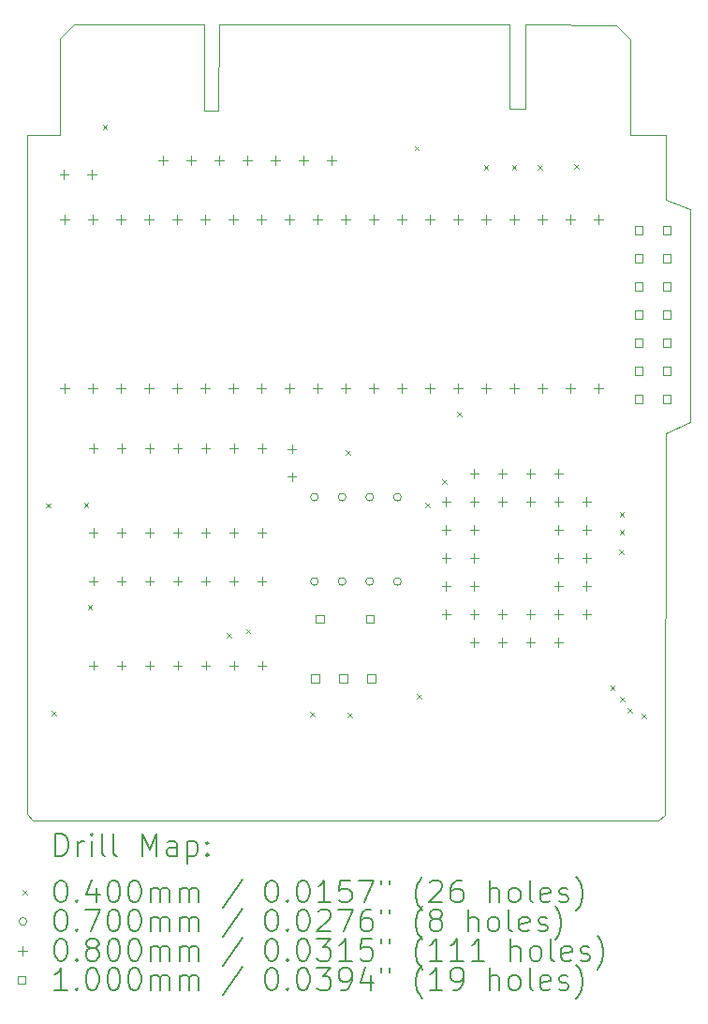
<source format=gbr>
%TF.GenerationSoftware,KiCad,Pcbnew,8.0.4*%
%TF.CreationDate,2024-08-11T23:39:19-04:00*%
%TF.ProjectId,RTC-Link2p,5254432d-4c69-46e6-9b32-702e6b696361,rev?*%
%TF.SameCoordinates,Original*%
%TF.FileFunction,Drillmap*%
%TF.FilePolarity,Positive*%
%FSLAX45Y45*%
G04 Gerber Fmt 4.5, Leading zero omitted, Abs format (unit mm)*
G04 Created by KiCad (PCBNEW 8.0.4) date 2024-08-11 23:39:19*
%MOMM*%
%LPD*%
G01*
G04 APERTURE LIST*
%ADD10C,0.100000*%
%ADD11C,0.200000*%
G04 APERTURE END LIST*
D10*
X12330000Y-11690000D02*
X12382500Y-11747500D01*
X12382500Y-11747500D02*
X18034000Y-11747500D01*
X16832500Y-5315000D02*
X16832500Y-4560000D01*
X12330000Y-5560000D02*
X12620000Y-5560000D01*
X12747500Y-4560000D02*
X13930000Y-4560000D01*
X18326274Y-6224853D02*
X18100000Y-6140000D01*
X18326274Y-6224853D02*
X18320000Y-8150000D01*
X17780000Y-4690000D02*
X17780000Y-5560000D01*
X13930000Y-4560000D02*
X13930000Y-5337500D01*
X17780000Y-5560000D02*
X18100000Y-5560000D01*
X16687500Y-5315000D02*
X16832500Y-5315000D01*
X18100000Y-5560000D02*
X18100000Y-6140000D01*
X12330000Y-5560000D02*
X12330000Y-10890000D01*
X16832500Y-4560000D02*
X17655000Y-4562500D01*
X17655000Y-4562500D02*
X17780000Y-4690000D01*
X18034000Y-11747500D02*
X18091500Y-11695000D01*
X18091500Y-11695000D02*
X18097500Y-11620500D01*
X12330000Y-11690000D02*
X12330000Y-10890000D01*
X16687500Y-4560000D02*
X16687500Y-5315000D01*
X14060000Y-4560000D02*
X16687500Y-4560000D01*
X13930000Y-5337500D02*
X14057500Y-5337500D01*
X18100000Y-8250000D02*
X18320000Y-8150000D01*
X12620000Y-4685000D02*
X12747500Y-4560000D01*
X14057500Y-5337500D02*
X14060000Y-4560000D01*
X12620000Y-5560000D02*
X12620000Y-4685000D01*
X18097500Y-11620500D02*
X18100000Y-8250000D01*
D11*
D10*
X12500000Y-8880000D02*
X12540000Y-8920000D01*
X12540000Y-8880000D02*
X12500000Y-8920000D01*
X12546000Y-10755000D02*
X12586000Y-10795000D01*
X12586000Y-10755000D02*
X12546000Y-10795000D01*
X12840000Y-8876000D02*
X12880000Y-8916000D01*
X12880000Y-8876000D02*
X12840000Y-8916000D01*
X12876000Y-9796000D02*
X12916000Y-9836000D01*
X12916000Y-9796000D02*
X12876000Y-9836000D01*
X13010200Y-5466400D02*
X13050200Y-5506400D01*
X13050200Y-5466400D02*
X13010200Y-5506400D01*
X14134220Y-10054840D02*
X14174220Y-10094840D01*
X14174220Y-10054840D02*
X14134220Y-10094840D01*
X14306000Y-10015540D02*
X14346000Y-10055540D01*
X14346000Y-10015540D02*
X14306000Y-10055540D01*
X14884720Y-10764840D02*
X14924720Y-10804840D01*
X14924720Y-10764840D02*
X14884720Y-10804840D01*
X15210000Y-8405000D02*
X15250000Y-8445000D01*
X15250000Y-8405000D02*
X15210000Y-8445000D01*
X15225080Y-10772460D02*
X15265080Y-10812460D01*
X15265080Y-10772460D02*
X15225080Y-10812460D01*
X15830000Y-5655000D02*
X15870000Y-5695000D01*
X15870000Y-5655000D02*
X15830000Y-5695000D01*
X15849260Y-10604820D02*
X15889260Y-10644820D01*
X15889260Y-10604820D02*
X15849260Y-10644820D01*
X15926120Y-8877620D02*
X15966120Y-8917620D01*
X15966120Y-8877620D02*
X15926120Y-8917620D01*
X16078520Y-8666800D02*
X16118520Y-8706800D01*
X16118520Y-8666800D02*
X16078520Y-8706800D01*
X16212918Y-8052342D02*
X16252918Y-8092342D01*
X16252918Y-8052342D02*
X16212918Y-8092342D01*
X16456500Y-5829620D02*
X16496500Y-5869620D01*
X16496500Y-5829620D02*
X16456500Y-5869620D01*
X16710500Y-5827080D02*
X16750500Y-5867080D01*
X16750500Y-5827080D02*
X16710500Y-5867080D01*
X16942120Y-5827080D02*
X16982120Y-5867080D01*
X16982120Y-5827080D02*
X16942120Y-5867080D01*
X17274860Y-5819460D02*
X17314860Y-5859460D01*
X17314860Y-5819460D02*
X17274860Y-5859460D01*
X17600000Y-10530000D02*
X17640000Y-10570000D01*
X17640000Y-10530000D02*
X17600000Y-10570000D01*
X17680000Y-9300000D02*
X17720000Y-9340000D01*
X17720000Y-9300000D02*
X17680000Y-9340000D01*
X17683800Y-9118920D02*
X17723800Y-9158920D01*
X17723800Y-9118920D02*
X17683800Y-9158920D01*
X17683850Y-8958850D02*
X17723850Y-8998850D01*
X17723850Y-8958850D02*
X17683850Y-8998850D01*
X17690000Y-10630000D02*
X17730000Y-10670000D01*
X17730000Y-10630000D02*
X17690000Y-10670000D01*
X17757500Y-10727500D02*
X17797500Y-10767500D01*
X17797500Y-10727500D02*
X17757500Y-10767500D01*
X17880000Y-10780000D02*
X17920000Y-10820000D01*
X17920000Y-10780000D02*
X17880000Y-10820000D01*
X14960000Y-8825000D02*
G75*
G02*
X14890000Y-8825000I-35000J0D01*
G01*
X14890000Y-8825000D02*
G75*
G02*
X14960000Y-8825000I35000J0D01*
G01*
X14960000Y-9587000D02*
G75*
G02*
X14890000Y-9587000I-35000J0D01*
G01*
X14890000Y-9587000D02*
G75*
G02*
X14960000Y-9587000I35000J0D01*
G01*
X15210000Y-8825000D02*
G75*
G02*
X15140000Y-8825000I-35000J0D01*
G01*
X15140000Y-8825000D02*
G75*
G02*
X15210000Y-8825000I35000J0D01*
G01*
X15210000Y-9587000D02*
G75*
G02*
X15140000Y-9587000I-35000J0D01*
G01*
X15140000Y-9587000D02*
G75*
G02*
X15210000Y-9587000I35000J0D01*
G01*
X15460000Y-8825000D02*
G75*
G02*
X15390000Y-8825000I-35000J0D01*
G01*
X15390000Y-8825000D02*
G75*
G02*
X15460000Y-8825000I35000J0D01*
G01*
X15460000Y-9587000D02*
G75*
G02*
X15390000Y-9587000I-35000J0D01*
G01*
X15390000Y-9587000D02*
G75*
G02*
X15460000Y-9587000I35000J0D01*
G01*
X15710000Y-8825000D02*
G75*
G02*
X15640000Y-8825000I-35000J0D01*
G01*
X15640000Y-8825000D02*
G75*
G02*
X15710000Y-8825000I35000J0D01*
G01*
X15710000Y-9587000D02*
G75*
G02*
X15640000Y-9587000I-35000J0D01*
G01*
X15640000Y-9587000D02*
G75*
G02*
X15710000Y-9587000I35000J0D01*
G01*
X12660000Y-5870000D02*
X12660000Y-5950000D01*
X12620000Y-5910000D02*
X12700000Y-5910000D01*
X12666500Y-6276500D02*
X12666500Y-6356500D01*
X12626500Y-6316500D02*
X12706500Y-6316500D01*
X12666500Y-7800500D02*
X12666500Y-7880500D01*
X12626500Y-7840500D02*
X12706500Y-7840500D01*
X12910000Y-5870000D02*
X12910000Y-5950000D01*
X12870000Y-5910000D02*
X12950000Y-5910000D01*
X12920500Y-6276500D02*
X12920500Y-6356500D01*
X12880500Y-6316500D02*
X12960500Y-6316500D01*
X12920500Y-7800500D02*
X12920500Y-7880500D01*
X12880500Y-7840500D02*
X12960500Y-7840500D01*
X12926000Y-8344000D02*
X12926000Y-8424000D01*
X12886000Y-8384000D02*
X12966000Y-8384000D01*
X12926000Y-9106000D02*
X12926000Y-9186000D01*
X12886000Y-9146000D02*
X12966000Y-9146000D01*
X12926000Y-9544000D02*
X12926000Y-9624000D01*
X12886000Y-9584000D02*
X12966000Y-9584000D01*
X12926000Y-10306000D02*
X12926000Y-10386000D01*
X12886000Y-10346000D02*
X12966000Y-10346000D01*
X13174500Y-6276500D02*
X13174500Y-6356500D01*
X13134500Y-6316500D02*
X13214500Y-6316500D01*
X13174500Y-7800500D02*
X13174500Y-7880500D01*
X13134500Y-7840500D02*
X13214500Y-7840500D01*
X13180000Y-8344000D02*
X13180000Y-8424000D01*
X13140000Y-8384000D02*
X13220000Y-8384000D01*
X13180000Y-9106000D02*
X13180000Y-9186000D01*
X13140000Y-9146000D02*
X13220000Y-9146000D01*
X13180000Y-9544000D02*
X13180000Y-9624000D01*
X13140000Y-9584000D02*
X13220000Y-9584000D01*
X13180000Y-10306000D02*
X13180000Y-10386000D01*
X13140000Y-10346000D02*
X13220000Y-10346000D01*
X13428500Y-6276500D02*
X13428500Y-6356500D01*
X13388500Y-6316500D02*
X13468500Y-6316500D01*
X13428500Y-7800500D02*
X13428500Y-7880500D01*
X13388500Y-7840500D02*
X13468500Y-7840500D01*
X13434000Y-8344000D02*
X13434000Y-8424000D01*
X13394000Y-8384000D02*
X13474000Y-8384000D01*
X13434000Y-9106000D02*
X13434000Y-9186000D01*
X13394000Y-9146000D02*
X13474000Y-9146000D01*
X13434000Y-9544000D02*
X13434000Y-9624000D01*
X13394000Y-9584000D02*
X13474000Y-9584000D01*
X13434000Y-10306000D02*
X13434000Y-10386000D01*
X13394000Y-10346000D02*
X13474000Y-10346000D01*
X13555980Y-5743580D02*
X13555980Y-5823580D01*
X13515980Y-5783580D02*
X13595980Y-5783580D01*
X13682500Y-6276500D02*
X13682500Y-6356500D01*
X13642500Y-6316500D02*
X13722500Y-6316500D01*
X13682500Y-7800500D02*
X13682500Y-7880500D01*
X13642500Y-7840500D02*
X13722500Y-7840500D01*
X13688000Y-8344000D02*
X13688000Y-8424000D01*
X13648000Y-8384000D02*
X13728000Y-8384000D01*
X13688000Y-9106000D02*
X13688000Y-9186000D01*
X13648000Y-9146000D02*
X13728000Y-9146000D01*
X13688000Y-9544000D02*
X13688000Y-9624000D01*
X13648000Y-9584000D02*
X13728000Y-9584000D01*
X13688000Y-10306000D02*
X13688000Y-10386000D01*
X13648000Y-10346000D02*
X13728000Y-10346000D01*
X13809980Y-5743580D02*
X13809980Y-5823580D01*
X13769980Y-5783580D02*
X13849980Y-5783580D01*
X13936500Y-6276500D02*
X13936500Y-6356500D01*
X13896500Y-6316500D02*
X13976500Y-6316500D01*
X13936500Y-7800500D02*
X13936500Y-7880500D01*
X13896500Y-7840500D02*
X13976500Y-7840500D01*
X13942000Y-8344000D02*
X13942000Y-8424000D01*
X13902000Y-8384000D02*
X13982000Y-8384000D01*
X13942000Y-9106000D02*
X13942000Y-9186000D01*
X13902000Y-9146000D02*
X13982000Y-9146000D01*
X13942000Y-9544000D02*
X13942000Y-9624000D01*
X13902000Y-9584000D02*
X13982000Y-9584000D01*
X13942000Y-10306000D02*
X13942000Y-10386000D01*
X13902000Y-10346000D02*
X13982000Y-10346000D01*
X14063980Y-5743580D02*
X14063980Y-5823580D01*
X14023980Y-5783580D02*
X14103980Y-5783580D01*
X14190500Y-6276500D02*
X14190500Y-6356500D01*
X14150500Y-6316500D02*
X14230500Y-6316500D01*
X14190500Y-7800500D02*
X14190500Y-7880500D01*
X14150500Y-7840500D02*
X14230500Y-7840500D01*
X14196000Y-8344000D02*
X14196000Y-8424000D01*
X14156000Y-8384000D02*
X14236000Y-8384000D01*
X14196000Y-9106000D02*
X14196000Y-9186000D01*
X14156000Y-9146000D02*
X14236000Y-9146000D01*
X14196000Y-9544000D02*
X14196000Y-9624000D01*
X14156000Y-9584000D02*
X14236000Y-9584000D01*
X14196000Y-10306000D02*
X14196000Y-10386000D01*
X14156000Y-10346000D02*
X14236000Y-10346000D01*
X14317980Y-5743580D02*
X14317980Y-5823580D01*
X14277980Y-5783580D02*
X14357980Y-5783580D01*
X14444500Y-6276500D02*
X14444500Y-6356500D01*
X14404500Y-6316500D02*
X14484500Y-6316500D01*
X14444500Y-7800500D02*
X14444500Y-7880500D01*
X14404500Y-7840500D02*
X14484500Y-7840500D01*
X14450000Y-8344000D02*
X14450000Y-8424000D01*
X14410000Y-8384000D02*
X14490000Y-8384000D01*
X14450000Y-9106000D02*
X14450000Y-9186000D01*
X14410000Y-9146000D02*
X14490000Y-9146000D01*
X14450000Y-9544000D02*
X14450000Y-9624000D01*
X14410000Y-9584000D02*
X14490000Y-9584000D01*
X14450000Y-10306000D02*
X14450000Y-10386000D01*
X14410000Y-10346000D02*
X14490000Y-10346000D01*
X14571980Y-5743580D02*
X14571980Y-5823580D01*
X14531980Y-5783580D02*
X14611980Y-5783580D01*
X14698500Y-6276500D02*
X14698500Y-6356500D01*
X14658500Y-6316500D02*
X14738500Y-6316500D01*
X14698500Y-7800500D02*
X14698500Y-7880500D01*
X14658500Y-7840500D02*
X14738500Y-7840500D01*
X14720000Y-8350000D02*
X14720000Y-8430000D01*
X14680000Y-8390000D02*
X14760000Y-8390000D01*
X14720000Y-8600000D02*
X14720000Y-8680000D01*
X14680000Y-8640000D02*
X14760000Y-8640000D01*
X14825980Y-5743580D02*
X14825980Y-5823580D01*
X14785980Y-5783580D02*
X14865980Y-5783580D01*
X14952500Y-6276500D02*
X14952500Y-6356500D01*
X14912500Y-6316500D02*
X14992500Y-6316500D01*
X14952500Y-7800500D02*
X14952500Y-7880500D01*
X14912500Y-7840500D02*
X14992500Y-7840500D01*
X15079980Y-5743580D02*
X15079980Y-5823580D01*
X15039980Y-5783580D02*
X15119980Y-5783580D01*
X15206500Y-6276500D02*
X15206500Y-6356500D01*
X15166500Y-6316500D02*
X15246500Y-6316500D01*
X15206500Y-7800500D02*
X15206500Y-7880500D01*
X15166500Y-7840500D02*
X15246500Y-7840500D01*
X15460500Y-6276500D02*
X15460500Y-6356500D01*
X15420500Y-6316500D02*
X15500500Y-6316500D01*
X15460500Y-7800500D02*
X15460500Y-7880500D01*
X15420500Y-7840500D02*
X15500500Y-7840500D01*
X15714500Y-6276500D02*
X15714500Y-6356500D01*
X15674500Y-6316500D02*
X15754500Y-6316500D01*
X15714500Y-7800500D02*
X15714500Y-7880500D01*
X15674500Y-7840500D02*
X15754500Y-7840500D01*
X15968500Y-6276500D02*
X15968500Y-6356500D01*
X15928500Y-6316500D02*
X16008500Y-6316500D01*
X15968500Y-7800500D02*
X15968500Y-7880500D01*
X15928500Y-7840500D02*
X16008500Y-7840500D01*
X16115500Y-8827000D02*
X16115500Y-8907000D01*
X16075500Y-8867000D02*
X16155500Y-8867000D01*
X16115500Y-9081000D02*
X16115500Y-9161000D01*
X16075500Y-9121000D02*
X16155500Y-9121000D01*
X16115500Y-9335000D02*
X16115500Y-9415000D01*
X16075500Y-9375000D02*
X16155500Y-9375000D01*
X16115500Y-9589000D02*
X16115500Y-9669000D01*
X16075500Y-9629000D02*
X16155500Y-9629000D01*
X16115500Y-9843000D02*
X16115500Y-9923000D01*
X16075500Y-9883000D02*
X16155500Y-9883000D01*
X16222500Y-6276500D02*
X16222500Y-6356500D01*
X16182500Y-6316500D02*
X16262500Y-6316500D01*
X16222500Y-7800500D02*
X16222500Y-7880500D01*
X16182500Y-7840500D02*
X16262500Y-7840500D01*
X16369500Y-8573000D02*
X16369500Y-8653000D01*
X16329500Y-8613000D02*
X16409500Y-8613000D01*
X16369500Y-8827000D02*
X16369500Y-8907000D01*
X16329500Y-8867000D02*
X16409500Y-8867000D01*
X16369500Y-9081000D02*
X16369500Y-9161000D01*
X16329500Y-9121000D02*
X16409500Y-9121000D01*
X16369500Y-9335000D02*
X16369500Y-9415000D01*
X16329500Y-9375000D02*
X16409500Y-9375000D01*
X16369500Y-9589000D02*
X16369500Y-9669000D01*
X16329500Y-9629000D02*
X16409500Y-9629000D01*
X16369500Y-9843000D02*
X16369500Y-9923000D01*
X16329500Y-9883000D02*
X16409500Y-9883000D01*
X16369500Y-10097000D02*
X16369500Y-10177000D01*
X16329500Y-10137000D02*
X16409500Y-10137000D01*
X16476500Y-6276500D02*
X16476500Y-6356500D01*
X16436500Y-6316500D02*
X16516500Y-6316500D01*
X16476500Y-7800500D02*
X16476500Y-7880500D01*
X16436500Y-7840500D02*
X16516500Y-7840500D01*
X16623500Y-8573000D02*
X16623500Y-8653000D01*
X16583500Y-8613000D02*
X16663500Y-8613000D01*
X16623500Y-8827000D02*
X16623500Y-8907000D01*
X16583500Y-8867000D02*
X16663500Y-8867000D01*
X16623500Y-9843000D02*
X16623500Y-9923000D01*
X16583500Y-9883000D02*
X16663500Y-9883000D01*
X16623500Y-10097000D02*
X16623500Y-10177000D01*
X16583500Y-10137000D02*
X16663500Y-10137000D01*
X16730500Y-6276500D02*
X16730500Y-6356500D01*
X16690500Y-6316500D02*
X16770500Y-6316500D01*
X16730500Y-7800500D02*
X16730500Y-7880500D01*
X16690500Y-7840500D02*
X16770500Y-7840500D01*
X16877500Y-8573000D02*
X16877500Y-8653000D01*
X16837500Y-8613000D02*
X16917500Y-8613000D01*
X16877500Y-8827000D02*
X16877500Y-8907000D01*
X16837500Y-8867000D02*
X16917500Y-8867000D01*
X16877500Y-9843000D02*
X16877500Y-9923000D01*
X16837500Y-9883000D02*
X16917500Y-9883000D01*
X16877500Y-10097000D02*
X16877500Y-10177000D01*
X16837500Y-10137000D02*
X16917500Y-10137000D01*
X16984500Y-6276500D02*
X16984500Y-6356500D01*
X16944500Y-6316500D02*
X17024500Y-6316500D01*
X16984500Y-7800500D02*
X16984500Y-7880500D01*
X16944500Y-7840500D02*
X17024500Y-7840500D01*
X17131500Y-8573000D02*
X17131500Y-8653000D01*
X17091500Y-8613000D02*
X17171500Y-8613000D01*
X17131500Y-8827000D02*
X17131500Y-8907000D01*
X17091500Y-8867000D02*
X17171500Y-8867000D01*
X17131500Y-9081000D02*
X17131500Y-9161000D01*
X17091500Y-9121000D02*
X17171500Y-9121000D01*
X17131500Y-9335000D02*
X17131500Y-9415000D01*
X17091500Y-9375000D02*
X17171500Y-9375000D01*
X17131500Y-9589000D02*
X17131500Y-9669000D01*
X17091500Y-9629000D02*
X17171500Y-9629000D01*
X17131500Y-9843000D02*
X17131500Y-9923000D01*
X17091500Y-9883000D02*
X17171500Y-9883000D01*
X17131500Y-10097000D02*
X17131500Y-10177000D01*
X17091500Y-10137000D02*
X17171500Y-10137000D01*
X17238500Y-6276500D02*
X17238500Y-6356500D01*
X17198500Y-6316500D02*
X17278500Y-6316500D01*
X17238500Y-7800500D02*
X17238500Y-7880500D01*
X17198500Y-7840500D02*
X17278500Y-7840500D01*
X17385500Y-8827000D02*
X17385500Y-8907000D01*
X17345500Y-8867000D02*
X17425500Y-8867000D01*
X17385500Y-9081000D02*
X17385500Y-9161000D01*
X17345500Y-9121000D02*
X17425500Y-9121000D01*
X17385500Y-9335000D02*
X17385500Y-9415000D01*
X17345500Y-9375000D02*
X17425500Y-9375000D01*
X17385500Y-9589000D02*
X17385500Y-9669000D01*
X17345500Y-9629000D02*
X17425500Y-9629000D01*
X17385500Y-9843000D02*
X17385500Y-9923000D01*
X17345500Y-9883000D02*
X17425500Y-9883000D01*
X17492500Y-6276500D02*
X17492500Y-6356500D01*
X17452500Y-6316500D02*
X17532500Y-6316500D01*
X17492500Y-7800500D02*
X17492500Y-7880500D01*
X17452500Y-7840500D02*
X17532500Y-7840500D01*
X14965476Y-10497616D02*
X14965476Y-10426904D01*
X14894764Y-10426904D01*
X14894764Y-10497616D01*
X14965476Y-10497616D01*
X15010356Y-9959856D02*
X15010356Y-9889144D01*
X14939644Y-9889144D01*
X14939644Y-9959856D01*
X15010356Y-9959856D01*
X15219476Y-10497616D02*
X15219476Y-10426904D01*
X15148764Y-10426904D01*
X15148764Y-10497616D01*
X15219476Y-10497616D01*
X15460356Y-9959856D02*
X15460356Y-9889144D01*
X15389644Y-9889144D01*
X15389644Y-9959856D01*
X15460356Y-9959856D01*
X15473476Y-10497616D02*
X15473476Y-10426904D01*
X15402764Y-10426904D01*
X15402764Y-10497616D01*
X15473476Y-10497616D01*
X17891356Y-6451356D02*
X17891356Y-6380644D01*
X17820644Y-6380644D01*
X17820644Y-6451356D01*
X17891356Y-6451356D01*
X17891356Y-6705356D02*
X17891356Y-6634644D01*
X17820644Y-6634644D01*
X17820644Y-6705356D01*
X17891356Y-6705356D01*
X17891356Y-6959356D02*
X17891356Y-6888644D01*
X17820644Y-6888644D01*
X17820644Y-6959356D01*
X17891356Y-6959356D01*
X17891356Y-7213356D02*
X17891356Y-7142644D01*
X17820644Y-7142644D01*
X17820644Y-7213356D01*
X17891356Y-7213356D01*
X17891356Y-7467356D02*
X17891356Y-7396644D01*
X17820644Y-7396644D01*
X17820644Y-7467356D01*
X17891356Y-7467356D01*
X17891356Y-7721356D02*
X17891356Y-7650644D01*
X17820644Y-7650644D01*
X17820644Y-7721356D01*
X17891356Y-7721356D01*
X17891356Y-7975356D02*
X17891356Y-7904644D01*
X17820644Y-7904644D01*
X17820644Y-7975356D01*
X17891356Y-7975356D01*
X18145356Y-6451356D02*
X18145356Y-6380644D01*
X18074644Y-6380644D01*
X18074644Y-6451356D01*
X18145356Y-6451356D01*
X18145356Y-6705356D02*
X18145356Y-6634644D01*
X18074644Y-6634644D01*
X18074644Y-6705356D01*
X18145356Y-6705356D01*
X18145356Y-6959356D02*
X18145356Y-6888644D01*
X18074644Y-6888644D01*
X18074644Y-6959356D01*
X18145356Y-6959356D01*
X18145356Y-7213356D02*
X18145356Y-7142644D01*
X18074644Y-7142644D01*
X18074644Y-7213356D01*
X18145356Y-7213356D01*
X18145356Y-7467356D02*
X18145356Y-7396644D01*
X18074644Y-7396644D01*
X18074644Y-7467356D01*
X18145356Y-7467356D01*
X18145356Y-7721356D02*
X18145356Y-7650644D01*
X18074644Y-7650644D01*
X18074644Y-7721356D01*
X18145356Y-7721356D01*
X18145356Y-7975356D02*
X18145356Y-7904644D01*
X18074644Y-7904644D01*
X18074644Y-7975356D01*
X18145356Y-7975356D01*
D11*
X12585777Y-12063984D02*
X12585777Y-11863984D01*
X12585777Y-11863984D02*
X12633396Y-11863984D01*
X12633396Y-11863984D02*
X12661967Y-11873508D01*
X12661967Y-11873508D02*
X12681015Y-11892555D01*
X12681015Y-11892555D02*
X12690539Y-11911603D01*
X12690539Y-11911603D02*
X12700062Y-11949698D01*
X12700062Y-11949698D02*
X12700062Y-11978269D01*
X12700062Y-11978269D02*
X12690539Y-12016365D01*
X12690539Y-12016365D02*
X12681015Y-12035412D01*
X12681015Y-12035412D02*
X12661967Y-12054460D01*
X12661967Y-12054460D02*
X12633396Y-12063984D01*
X12633396Y-12063984D02*
X12585777Y-12063984D01*
X12785777Y-12063984D02*
X12785777Y-11930650D01*
X12785777Y-11968746D02*
X12795301Y-11949698D01*
X12795301Y-11949698D02*
X12804824Y-11940174D01*
X12804824Y-11940174D02*
X12823872Y-11930650D01*
X12823872Y-11930650D02*
X12842920Y-11930650D01*
X12909586Y-12063984D02*
X12909586Y-11930650D01*
X12909586Y-11863984D02*
X12900062Y-11873508D01*
X12900062Y-11873508D02*
X12909586Y-11883031D01*
X12909586Y-11883031D02*
X12919110Y-11873508D01*
X12919110Y-11873508D02*
X12909586Y-11863984D01*
X12909586Y-11863984D02*
X12909586Y-11883031D01*
X13033396Y-12063984D02*
X13014348Y-12054460D01*
X13014348Y-12054460D02*
X13004824Y-12035412D01*
X13004824Y-12035412D02*
X13004824Y-11863984D01*
X13138158Y-12063984D02*
X13119110Y-12054460D01*
X13119110Y-12054460D02*
X13109586Y-12035412D01*
X13109586Y-12035412D02*
X13109586Y-11863984D01*
X13366729Y-12063984D02*
X13366729Y-11863984D01*
X13366729Y-11863984D02*
X13433396Y-12006841D01*
X13433396Y-12006841D02*
X13500062Y-11863984D01*
X13500062Y-11863984D02*
X13500062Y-12063984D01*
X13681015Y-12063984D02*
X13681015Y-11959222D01*
X13681015Y-11959222D02*
X13671491Y-11940174D01*
X13671491Y-11940174D02*
X13652443Y-11930650D01*
X13652443Y-11930650D02*
X13614348Y-11930650D01*
X13614348Y-11930650D02*
X13595301Y-11940174D01*
X13681015Y-12054460D02*
X13661967Y-12063984D01*
X13661967Y-12063984D02*
X13614348Y-12063984D01*
X13614348Y-12063984D02*
X13595301Y-12054460D01*
X13595301Y-12054460D02*
X13585777Y-12035412D01*
X13585777Y-12035412D02*
X13585777Y-12016365D01*
X13585777Y-12016365D02*
X13595301Y-11997317D01*
X13595301Y-11997317D02*
X13614348Y-11987793D01*
X13614348Y-11987793D02*
X13661967Y-11987793D01*
X13661967Y-11987793D02*
X13681015Y-11978269D01*
X13776253Y-11930650D02*
X13776253Y-12130650D01*
X13776253Y-11940174D02*
X13795301Y-11930650D01*
X13795301Y-11930650D02*
X13833396Y-11930650D01*
X13833396Y-11930650D02*
X13852443Y-11940174D01*
X13852443Y-11940174D02*
X13861967Y-11949698D01*
X13861967Y-11949698D02*
X13871491Y-11968746D01*
X13871491Y-11968746D02*
X13871491Y-12025888D01*
X13871491Y-12025888D02*
X13861967Y-12044936D01*
X13861967Y-12044936D02*
X13852443Y-12054460D01*
X13852443Y-12054460D02*
X13833396Y-12063984D01*
X13833396Y-12063984D02*
X13795301Y-12063984D01*
X13795301Y-12063984D02*
X13776253Y-12054460D01*
X13957205Y-12044936D02*
X13966729Y-12054460D01*
X13966729Y-12054460D02*
X13957205Y-12063984D01*
X13957205Y-12063984D02*
X13947682Y-12054460D01*
X13947682Y-12054460D02*
X13957205Y-12044936D01*
X13957205Y-12044936D02*
X13957205Y-12063984D01*
X13957205Y-11940174D02*
X13966729Y-11949698D01*
X13966729Y-11949698D02*
X13957205Y-11959222D01*
X13957205Y-11959222D02*
X13947682Y-11949698D01*
X13947682Y-11949698D02*
X13957205Y-11940174D01*
X13957205Y-11940174D02*
X13957205Y-11959222D01*
D10*
X12285000Y-12372500D02*
X12325000Y-12412500D01*
X12325000Y-12372500D02*
X12285000Y-12412500D01*
D11*
X12623872Y-12283984D02*
X12642920Y-12283984D01*
X12642920Y-12283984D02*
X12661967Y-12293508D01*
X12661967Y-12293508D02*
X12671491Y-12303031D01*
X12671491Y-12303031D02*
X12681015Y-12322079D01*
X12681015Y-12322079D02*
X12690539Y-12360174D01*
X12690539Y-12360174D02*
X12690539Y-12407793D01*
X12690539Y-12407793D02*
X12681015Y-12445888D01*
X12681015Y-12445888D02*
X12671491Y-12464936D01*
X12671491Y-12464936D02*
X12661967Y-12474460D01*
X12661967Y-12474460D02*
X12642920Y-12483984D01*
X12642920Y-12483984D02*
X12623872Y-12483984D01*
X12623872Y-12483984D02*
X12604824Y-12474460D01*
X12604824Y-12474460D02*
X12595301Y-12464936D01*
X12595301Y-12464936D02*
X12585777Y-12445888D01*
X12585777Y-12445888D02*
X12576253Y-12407793D01*
X12576253Y-12407793D02*
X12576253Y-12360174D01*
X12576253Y-12360174D02*
X12585777Y-12322079D01*
X12585777Y-12322079D02*
X12595301Y-12303031D01*
X12595301Y-12303031D02*
X12604824Y-12293508D01*
X12604824Y-12293508D02*
X12623872Y-12283984D01*
X12776253Y-12464936D02*
X12785777Y-12474460D01*
X12785777Y-12474460D02*
X12776253Y-12483984D01*
X12776253Y-12483984D02*
X12766729Y-12474460D01*
X12766729Y-12474460D02*
X12776253Y-12464936D01*
X12776253Y-12464936D02*
X12776253Y-12483984D01*
X12957205Y-12350650D02*
X12957205Y-12483984D01*
X12909586Y-12274460D02*
X12861967Y-12417317D01*
X12861967Y-12417317D02*
X12985777Y-12417317D01*
X13100062Y-12283984D02*
X13119110Y-12283984D01*
X13119110Y-12283984D02*
X13138158Y-12293508D01*
X13138158Y-12293508D02*
X13147682Y-12303031D01*
X13147682Y-12303031D02*
X13157205Y-12322079D01*
X13157205Y-12322079D02*
X13166729Y-12360174D01*
X13166729Y-12360174D02*
X13166729Y-12407793D01*
X13166729Y-12407793D02*
X13157205Y-12445888D01*
X13157205Y-12445888D02*
X13147682Y-12464936D01*
X13147682Y-12464936D02*
X13138158Y-12474460D01*
X13138158Y-12474460D02*
X13119110Y-12483984D01*
X13119110Y-12483984D02*
X13100062Y-12483984D01*
X13100062Y-12483984D02*
X13081015Y-12474460D01*
X13081015Y-12474460D02*
X13071491Y-12464936D01*
X13071491Y-12464936D02*
X13061967Y-12445888D01*
X13061967Y-12445888D02*
X13052443Y-12407793D01*
X13052443Y-12407793D02*
X13052443Y-12360174D01*
X13052443Y-12360174D02*
X13061967Y-12322079D01*
X13061967Y-12322079D02*
X13071491Y-12303031D01*
X13071491Y-12303031D02*
X13081015Y-12293508D01*
X13081015Y-12293508D02*
X13100062Y-12283984D01*
X13290539Y-12283984D02*
X13309586Y-12283984D01*
X13309586Y-12283984D02*
X13328634Y-12293508D01*
X13328634Y-12293508D02*
X13338158Y-12303031D01*
X13338158Y-12303031D02*
X13347682Y-12322079D01*
X13347682Y-12322079D02*
X13357205Y-12360174D01*
X13357205Y-12360174D02*
X13357205Y-12407793D01*
X13357205Y-12407793D02*
X13347682Y-12445888D01*
X13347682Y-12445888D02*
X13338158Y-12464936D01*
X13338158Y-12464936D02*
X13328634Y-12474460D01*
X13328634Y-12474460D02*
X13309586Y-12483984D01*
X13309586Y-12483984D02*
X13290539Y-12483984D01*
X13290539Y-12483984D02*
X13271491Y-12474460D01*
X13271491Y-12474460D02*
X13261967Y-12464936D01*
X13261967Y-12464936D02*
X13252443Y-12445888D01*
X13252443Y-12445888D02*
X13242920Y-12407793D01*
X13242920Y-12407793D02*
X13242920Y-12360174D01*
X13242920Y-12360174D02*
X13252443Y-12322079D01*
X13252443Y-12322079D02*
X13261967Y-12303031D01*
X13261967Y-12303031D02*
X13271491Y-12293508D01*
X13271491Y-12293508D02*
X13290539Y-12283984D01*
X13442920Y-12483984D02*
X13442920Y-12350650D01*
X13442920Y-12369698D02*
X13452443Y-12360174D01*
X13452443Y-12360174D02*
X13471491Y-12350650D01*
X13471491Y-12350650D02*
X13500063Y-12350650D01*
X13500063Y-12350650D02*
X13519110Y-12360174D01*
X13519110Y-12360174D02*
X13528634Y-12379222D01*
X13528634Y-12379222D02*
X13528634Y-12483984D01*
X13528634Y-12379222D02*
X13538158Y-12360174D01*
X13538158Y-12360174D02*
X13557205Y-12350650D01*
X13557205Y-12350650D02*
X13585777Y-12350650D01*
X13585777Y-12350650D02*
X13604824Y-12360174D01*
X13604824Y-12360174D02*
X13614348Y-12379222D01*
X13614348Y-12379222D02*
X13614348Y-12483984D01*
X13709586Y-12483984D02*
X13709586Y-12350650D01*
X13709586Y-12369698D02*
X13719110Y-12360174D01*
X13719110Y-12360174D02*
X13738158Y-12350650D01*
X13738158Y-12350650D02*
X13766729Y-12350650D01*
X13766729Y-12350650D02*
X13785777Y-12360174D01*
X13785777Y-12360174D02*
X13795301Y-12379222D01*
X13795301Y-12379222D02*
X13795301Y-12483984D01*
X13795301Y-12379222D02*
X13804824Y-12360174D01*
X13804824Y-12360174D02*
X13823872Y-12350650D01*
X13823872Y-12350650D02*
X13852443Y-12350650D01*
X13852443Y-12350650D02*
X13871491Y-12360174D01*
X13871491Y-12360174D02*
X13881015Y-12379222D01*
X13881015Y-12379222D02*
X13881015Y-12483984D01*
X14271491Y-12274460D02*
X14100063Y-12531603D01*
X14528634Y-12283984D02*
X14547682Y-12283984D01*
X14547682Y-12283984D02*
X14566729Y-12293508D01*
X14566729Y-12293508D02*
X14576253Y-12303031D01*
X14576253Y-12303031D02*
X14585777Y-12322079D01*
X14585777Y-12322079D02*
X14595301Y-12360174D01*
X14595301Y-12360174D02*
X14595301Y-12407793D01*
X14595301Y-12407793D02*
X14585777Y-12445888D01*
X14585777Y-12445888D02*
X14576253Y-12464936D01*
X14576253Y-12464936D02*
X14566729Y-12474460D01*
X14566729Y-12474460D02*
X14547682Y-12483984D01*
X14547682Y-12483984D02*
X14528634Y-12483984D01*
X14528634Y-12483984D02*
X14509586Y-12474460D01*
X14509586Y-12474460D02*
X14500063Y-12464936D01*
X14500063Y-12464936D02*
X14490539Y-12445888D01*
X14490539Y-12445888D02*
X14481015Y-12407793D01*
X14481015Y-12407793D02*
X14481015Y-12360174D01*
X14481015Y-12360174D02*
X14490539Y-12322079D01*
X14490539Y-12322079D02*
X14500063Y-12303031D01*
X14500063Y-12303031D02*
X14509586Y-12293508D01*
X14509586Y-12293508D02*
X14528634Y-12283984D01*
X14681015Y-12464936D02*
X14690539Y-12474460D01*
X14690539Y-12474460D02*
X14681015Y-12483984D01*
X14681015Y-12483984D02*
X14671491Y-12474460D01*
X14671491Y-12474460D02*
X14681015Y-12464936D01*
X14681015Y-12464936D02*
X14681015Y-12483984D01*
X14814348Y-12283984D02*
X14833396Y-12283984D01*
X14833396Y-12283984D02*
X14852444Y-12293508D01*
X14852444Y-12293508D02*
X14861967Y-12303031D01*
X14861967Y-12303031D02*
X14871491Y-12322079D01*
X14871491Y-12322079D02*
X14881015Y-12360174D01*
X14881015Y-12360174D02*
X14881015Y-12407793D01*
X14881015Y-12407793D02*
X14871491Y-12445888D01*
X14871491Y-12445888D02*
X14861967Y-12464936D01*
X14861967Y-12464936D02*
X14852444Y-12474460D01*
X14852444Y-12474460D02*
X14833396Y-12483984D01*
X14833396Y-12483984D02*
X14814348Y-12483984D01*
X14814348Y-12483984D02*
X14795301Y-12474460D01*
X14795301Y-12474460D02*
X14785777Y-12464936D01*
X14785777Y-12464936D02*
X14776253Y-12445888D01*
X14776253Y-12445888D02*
X14766729Y-12407793D01*
X14766729Y-12407793D02*
X14766729Y-12360174D01*
X14766729Y-12360174D02*
X14776253Y-12322079D01*
X14776253Y-12322079D02*
X14785777Y-12303031D01*
X14785777Y-12303031D02*
X14795301Y-12293508D01*
X14795301Y-12293508D02*
X14814348Y-12283984D01*
X15071491Y-12483984D02*
X14957206Y-12483984D01*
X15014348Y-12483984D02*
X15014348Y-12283984D01*
X15014348Y-12283984D02*
X14995301Y-12312555D01*
X14995301Y-12312555D02*
X14976253Y-12331603D01*
X14976253Y-12331603D02*
X14957206Y-12341127D01*
X15252444Y-12283984D02*
X15157206Y-12283984D01*
X15157206Y-12283984D02*
X15147682Y-12379222D01*
X15147682Y-12379222D02*
X15157206Y-12369698D01*
X15157206Y-12369698D02*
X15176253Y-12360174D01*
X15176253Y-12360174D02*
X15223872Y-12360174D01*
X15223872Y-12360174D02*
X15242920Y-12369698D01*
X15242920Y-12369698D02*
X15252444Y-12379222D01*
X15252444Y-12379222D02*
X15261967Y-12398269D01*
X15261967Y-12398269D02*
X15261967Y-12445888D01*
X15261967Y-12445888D02*
X15252444Y-12464936D01*
X15252444Y-12464936D02*
X15242920Y-12474460D01*
X15242920Y-12474460D02*
X15223872Y-12483984D01*
X15223872Y-12483984D02*
X15176253Y-12483984D01*
X15176253Y-12483984D02*
X15157206Y-12474460D01*
X15157206Y-12474460D02*
X15147682Y-12464936D01*
X15328634Y-12283984D02*
X15461967Y-12283984D01*
X15461967Y-12283984D02*
X15376253Y-12483984D01*
X15528634Y-12283984D02*
X15528634Y-12322079D01*
X15604825Y-12283984D02*
X15604825Y-12322079D01*
X15900063Y-12560174D02*
X15890539Y-12550650D01*
X15890539Y-12550650D02*
X15871491Y-12522079D01*
X15871491Y-12522079D02*
X15861968Y-12503031D01*
X15861968Y-12503031D02*
X15852444Y-12474460D01*
X15852444Y-12474460D02*
X15842920Y-12426841D01*
X15842920Y-12426841D02*
X15842920Y-12388746D01*
X15842920Y-12388746D02*
X15852444Y-12341127D01*
X15852444Y-12341127D02*
X15861968Y-12312555D01*
X15861968Y-12312555D02*
X15871491Y-12293508D01*
X15871491Y-12293508D02*
X15890539Y-12264936D01*
X15890539Y-12264936D02*
X15900063Y-12255412D01*
X15966729Y-12303031D02*
X15976253Y-12293508D01*
X15976253Y-12293508D02*
X15995301Y-12283984D01*
X15995301Y-12283984D02*
X16042920Y-12283984D01*
X16042920Y-12283984D02*
X16061968Y-12293508D01*
X16061968Y-12293508D02*
X16071491Y-12303031D01*
X16071491Y-12303031D02*
X16081015Y-12322079D01*
X16081015Y-12322079D02*
X16081015Y-12341127D01*
X16081015Y-12341127D02*
X16071491Y-12369698D01*
X16071491Y-12369698D02*
X15957206Y-12483984D01*
X15957206Y-12483984D02*
X16081015Y-12483984D01*
X16252444Y-12283984D02*
X16214348Y-12283984D01*
X16214348Y-12283984D02*
X16195301Y-12293508D01*
X16195301Y-12293508D02*
X16185777Y-12303031D01*
X16185777Y-12303031D02*
X16166729Y-12331603D01*
X16166729Y-12331603D02*
X16157206Y-12369698D01*
X16157206Y-12369698D02*
X16157206Y-12445888D01*
X16157206Y-12445888D02*
X16166729Y-12464936D01*
X16166729Y-12464936D02*
X16176253Y-12474460D01*
X16176253Y-12474460D02*
X16195301Y-12483984D01*
X16195301Y-12483984D02*
X16233396Y-12483984D01*
X16233396Y-12483984D02*
X16252444Y-12474460D01*
X16252444Y-12474460D02*
X16261968Y-12464936D01*
X16261968Y-12464936D02*
X16271491Y-12445888D01*
X16271491Y-12445888D02*
X16271491Y-12398269D01*
X16271491Y-12398269D02*
X16261968Y-12379222D01*
X16261968Y-12379222D02*
X16252444Y-12369698D01*
X16252444Y-12369698D02*
X16233396Y-12360174D01*
X16233396Y-12360174D02*
X16195301Y-12360174D01*
X16195301Y-12360174D02*
X16176253Y-12369698D01*
X16176253Y-12369698D02*
X16166729Y-12379222D01*
X16166729Y-12379222D02*
X16157206Y-12398269D01*
X16509587Y-12483984D02*
X16509587Y-12283984D01*
X16595301Y-12483984D02*
X16595301Y-12379222D01*
X16595301Y-12379222D02*
X16585777Y-12360174D01*
X16585777Y-12360174D02*
X16566730Y-12350650D01*
X16566730Y-12350650D02*
X16538158Y-12350650D01*
X16538158Y-12350650D02*
X16519110Y-12360174D01*
X16519110Y-12360174D02*
X16509587Y-12369698D01*
X16719110Y-12483984D02*
X16700063Y-12474460D01*
X16700063Y-12474460D02*
X16690539Y-12464936D01*
X16690539Y-12464936D02*
X16681015Y-12445888D01*
X16681015Y-12445888D02*
X16681015Y-12388746D01*
X16681015Y-12388746D02*
X16690539Y-12369698D01*
X16690539Y-12369698D02*
X16700063Y-12360174D01*
X16700063Y-12360174D02*
X16719110Y-12350650D01*
X16719110Y-12350650D02*
X16747682Y-12350650D01*
X16747682Y-12350650D02*
X16766730Y-12360174D01*
X16766730Y-12360174D02*
X16776253Y-12369698D01*
X16776253Y-12369698D02*
X16785777Y-12388746D01*
X16785777Y-12388746D02*
X16785777Y-12445888D01*
X16785777Y-12445888D02*
X16776253Y-12464936D01*
X16776253Y-12464936D02*
X16766730Y-12474460D01*
X16766730Y-12474460D02*
X16747682Y-12483984D01*
X16747682Y-12483984D02*
X16719110Y-12483984D01*
X16900063Y-12483984D02*
X16881015Y-12474460D01*
X16881015Y-12474460D02*
X16871492Y-12455412D01*
X16871492Y-12455412D02*
X16871492Y-12283984D01*
X17052444Y-12474460D02*
X17033396Y-12483984D01*
X17033396Y-12483984D02*
X16995301Y-12483984D01*
X16995301Y-12483984D02*
X16976253Y-12474460D01*
X16976253Y-12474460D02*
X16966730Y-12455412D01*
X16966730Y-12455412D02*
X16966730Y-12379222D01*
X16966730Y-12379222D02*
X16976253Y-12360174D01*
X16976253Y-12360174D02*
X16995301Y-12350650D01*
X16995301Y-12350650D02*
X17033396Y-12350650D01*
X17033396Y-12350650D02*
X17052444Y-12360174D01*
X17052444Y-12360174D02*
X17061968Y-12379222D01*
X17061968Y-12379222D02*
X17061968Y-12398269D01*
X17061968Y-12398269D02*
X16966730Y-12417317D01*
X17138158Y-12474460D02*
X17157206Y-12483984D01*
X17157206Y-12483984D02*
X17195301Y-12483984D01*
X17195301Y-12483984D02*
X17214349Y-12474460D01*
X17214349Y-12474460D02*
X17223873Y-12455412D01*
X17223873Y-12455412D02*
X17223873Y-12445888D01*
X17223873Y-12445888D02*
X17214349Y-12426841D01*
X17214349Y-12426841D02*
X17195301Y-12417317D01*
X17195301Y-12417317D02*
X17166730Y-12417317D01*
X17166730Y-12417317D02*
X17147682Y-12407793D01*
X17147682Y-12407793D02*
X17138158Y-12388746D01*
X17138158Y-12388746D02*
X17138158Y-12379222D01*
X17138158Y-12379222D02*
X17147682Y-12360174D01*
X17147682Y-12360174D02*
X17166730Y-12350650D01*
X17166730Y-12350650D02*
X17195301Y-12350650D01*
X17195301Y-12350650D02*
X17214349Y-12360174D01*
X17290539Y-12560174D02*
X17300063Y-12550650D01*
X17300063Y-12550650D02*
X17319111Y-12522079D01*
X17319111Y-12522079D02*
X17328634Y-12503031D01*
X17328634Y-12503031D02*
X17338158Y-12474460D01*
X17338158Y-12474460D02*
X17347682Y-12426841D01*
X17347682Y-12426841D02*
X17347682Y-12388746D01*
X17347682Y-12388746D02*
X17338158Y-12341127D01*
X17338158Y-12341127D02*
X17328634Y-12312555D01*
X17328634Y-12312555D02*
X17319111Y-12293508D01*
X17319111Y-12293508D02*
X17300063Y-12264936D01*
X17300063Y-12264936D02*
X17290539Y-12255412D01*
D10*
X12325000Y-12656500D02*
G75*
G02*
X12255000Y-12656500I-35000J0D01*
G01*
X12255000Y-12656500D02*
G75*
G02*
X12325000Y-12656500I35000J0D01*
G01*
D11*
X12623872Y-12547984D02*
X12642920Y-12547984D01*
X12642920Y-12547984D02*
X12661967Y-12557508D01*
X12661967Y-12557508D02*
X12671491Y-12567031D01*
X12671491Y-12567031D02*
X12681015Y-12586079D01*
X12681015Y-12586079D02*
X12690539Y-12624174D01*
X12690539Y-12624174D02*
X12690539Y-12671793D01*
X12690539Y-12671793D02*
X12681015Y-12709888D01*
X12681015Y-12709888D02*
X12671491Y-12728936D01*
X12671491Y-12728936D02*
X12661967Y-12738460D01*
X12661967Y-12738460D02*
X12642920Y-12747984D01*
X12642920Y-12747984D02*
X12623872Y-12747984D01*
X12623872Y-12747984D02*
X12604824Y-12738460D01*
X12604824Y-12738460D02*
X12595301Y-12728936D01*
X12595301Y-12728936D02*
X12585777Y-12709888D01*
X12585777Y-12709888D02*
X12576253Y-12671793D01*
X12576253Y-12671793D02*
X12576253Y-12624174D01*
X12576253Y-12624174D02*
X12585777Y-12586079D01*
X12585777Y-12586079D02*
X12595301Y-12567031D01*
X12595301Y-12567031D02*
X12604824Y-12557508D01*
X12604824Y-12557508D02*
X12623872Y-12547984D01*
X12776253Y-12728936D02*
X12785777Y-12738460D01*
X12785777Y-12738460D02*
X12776253Y-12747984D01*
X12776253Y-12747984D02*
X12766729Y-12738460D01*
X12766729Y-12738460D02*
X12776253Y-12728936D01*
X12776253Y-12728936D02*
X12776253Y-12747984D01*
X12852443Y-12547984D02*
X12985777Y-12547984D01*
X12985777Y-12547984D02*
X12900062Y-12747984D01*
X13100062Y-12547984D02*
X13119110Y-12547984D01*
X13119110Y-12547984D02*
X13138158Y-12557508D01*
X13138158Y-12557508D02*
X13147682Y-12567031D01*
X13147682Y-12567031D02*
X13157205Y-12586079D01*
X13157205Y-12586079D02*
X13166729Y-12624174D01*
X13166729Y-12624174D02*
X13166729Y-12671793D01*
X13166729Y-12671793D02*
X13157205Y-12709888D01*
X13157205Y-12709888D02*
X13147682Y-12728936D01*
X13147682Y-12728936D02*
X13138158Y-12738460D01*
X13138158Y-12738460D02*
X13119110Y-12747984D01*
X13119110Y-12747984D02*
X13100062Y-12747984D01*
X13100062Y-12747984D02*
X13081015Y-12738460D01*
X13081015Y-12738460D02*
X13071491Y-12728936D01*
X13071491Y-12728936D02*
X13061967Y-12709888D01*
X13061967Y-12709888D02*
X13052443Y-12671793D01*
X13052443Y-12671793D02*
X13052443Y-12624174D01*
X13052443Y-12624174D02*
X13061967Y-12586079D01*
X13061967Y-12586079D02*
X13071491Y-12567031D01*
X13071491Y-12567031D02*
X13081015Y-12557508D01*
X13081015Y-12557508D02*
X13100062Y-12547984D01*
X13290539Y-12547984D02*
X13309586Y-12547984D01*
X13309586Y-12547984D02*
X13328634Y-12557508D01*
X13328634Y-12557508D02*
X13338158Y-12567031D01*
X13338158Y-12567031D02*
X13347682Y-12586079D01*
X13347682Y-12586079D02*
X13357205Y-12624174D01*
X13357205Y-12624174D02*
X13357205Y-12671793D01*
X13357205Y-12671793D02*
X13347682Y-12709888D01*
X13347682Y-12709888D02*
X13338158Y-12728936D01*
X13338158Y-12728936D02*
X13328634Y-12738460D01*
X13328634Y-12738460D02*
X13309586Y-12747984D01*
X13309586Y-12747984D02*
X13290539Y-12747984D01*
X13290539Y-12747984D02*
X13271491Y-12738460D01*
X13271491Y-12738460D02*
X13261967Y-12728936D01*
X13261967Y-12728936D02*
X13252443Y-12709888D01*
X13252443Y-12709888D02*
X13242920Y-12671793D01*
X13242920Y-12671793D02*
X13242920Y-12624174D01*
X13242920Y-12624174D02*
X13252443Y-12586079D01*
X13252443Y-12586079D02*
X13261967Y-12567031D01*
X13261967Y-12567031D02*
X13271491Y-12557508D01*
X13271491Y-12557508D02*
X13290539Y-12547984D01*
X13442920Y-12747984D02*
X13442920Y-12614650D01*
X13442920Y-12633698D02*
X13452443Y-12624174D01*
X13452443Y-12624174D02*
X13471491Y-12614650D01*
X13471491Y-12614650D02*
X13500063Y-12614650D01*
X13500063Y-12614650D02*
X13519110Y-12624174D01*
X13519110Y-12624174D02*
X13528634Y-12643222D01*
X13528634Y-12643222D02*
X13528634Y-12747984D01*
X13528634Y-12643222D02*
X13538158Y-12624174D01*
X13538158Y-12624174D02*
X13557205Y-12614650D01*
X13557205Y-12614650D02*
X13585777Y-12614650D01*
X13585777Y-12614650D02*
X13604824Y-12624174D01*
X13604824Y-12624174D02*
X13614348Y-12643222D01*
X13614348Y-12643222D02*
X13614348Y-12747984D01*
X13709586Y-12747984D02*
X13709586Y-12614650D01*
X13709586Y-12633698D02*
X13719110Y-12624174D01*
X13719110Y-12624174D02*
X13738158Y-12614650D01*
X13738158Y-12614650D02*
X13766729Y-12614650D01*
X13766729Y-12614650D02*
X13785777Y-12624174D01*
X13785777Y-12624174D02*
X13795301Y-12643222D01*
X13795301Y-12643222D02*
X13795301Y-12747984D01*
X13795301Y-12643222D02*
X13804824Y-12624174D01*
X13804824Y-12624174D02*
X13823872Y-12614650D01*
X13823872Y-12614650D02*
X13852443Y-12614650D01*
X13852443Y-12614650D02*
X13871491Y-12624174D01*
X13871491Y-12624174D02*
X13881015Y-12643222D01*
X13881015Y-12643222D02*
X13881015Y-12747984D01*
X14271491Y-12538460D02*
X14100063Y-12795603D01*
X14528634Y-12547984D02*
X14547682Y-12547984D01*
X14547682Y-12547984D02*
X14566729Y-12557508D01*
X14566729Y-12557508D02*
X14576253Y-12567031D01*
X14576253Y-12567031D02*
X14585777Y-12586079D01*
X14585777Y-12586079D02*
X14595301Y-12624174D01*
X14595301Y-12624174D02*
X14595301Y-12671793D01*
X14595301Y-12671793D02*
X14585777Y-12709888D01*
X14585777Y-12709888D02*
X14576253Y-12728936D01*
X14576253Y-12728936D02*
X14566729Y-12738460D01*
X14566729Y-12738460D02*
X14547682Y-12747984D01*
X14547682Y-12747984D02*
X14528634Y-12747984D01*
X14528634Y-12747984D02*
X14509586Y-12738460D01*
X14509586Y-12738460D02*
X14500063Y-12728936D01*
X14500063Y-12728936D02*
X14490539Y-12709888D01*
X14490539Y-12709888D02*
X14481015Y-12671793D01*
X14481015Y-12671793D02*
X14481015Y-12624174D01*
X14481015Y-12624174D02*
X14490539Y-12586079D01*
X14490539Y-12586079D02*
X14500063Y-12567031D01*
X14500063Y-12567031D02*
X14509586Y-12557508D01*
X14509586Y-12557508D02*
X14528634Y-12547984D01*
X14681015Y-12728936D02*
X14690539Y-12738460D01*
X14690539Y-12738460D02*
X14681015Y-12747984D01*
X14681015Y-12747984D02*
X14671491Y-12738460D01*
X14671491Y-12738460D02*
X14681015Y-12728936D01*
X14681015Y-12728936D02*
X14681015Y-12747984D01*
X14814348Y-12547984D02*
X14833396Y-12547984D01*
X14833396Y-12547984D02*
X14852444Y-12557508D01*
X14852444Y-12557508D02*
X14861967Y-12567031D01*
X14861967Y-12567031D02*
X14871491Y-12586079D01*
X14871491Y-12586079D02*
X14881015Y-12624174D01*
X14881015Y-12624174D02*
X14881015Y-12671793D01*
X14881015Y-12671793D02*
X14871491Y-12709888D01*
X14871491Y-12709888D02*
X14861967Y-12728936D01*
X14861967Y-12728936D02*
X14852444Y-12738460D01*
X14852444Y-12738460D02*
X14833396Y-12747984D01*
X14833396Y-12747984D02*
X14814348Y-12747984D01*
X14814348Y-12747984D02*
X14795301Y-12738460D01*
X14795301Y-12738460D02*
X14785777Y-12728936D01*
X14785777Y-12728936D02*
X14776253Y-12709888D01*
X14776253Y-12709888D02*
X14766729Y-12671793D01*
X14766729Y-12671793D02*
X14766729Y-12624174D01*
X14766729Y-12624174D02*
X14776253Y-12586079D01*
X14776253Y-12586079D02*
X14785777Y-12567031D01*
X14785777Y-12567031D02*
X14795301Y-12557508D01*
X14795301Y-12557508D02*
X14814348Y-12547984D01*
X14957206Y-12567031D02*
X14966729Y-12557508D01*
X14966729Y-12557508D02*
X14985777Y-12547984D01*
X14985777Y-12547984D02*
X15033396Y-12547984D01*
X15033396Y-12547984D02*
X15052444Y-12557508D01*
X15052444Y-12557508D02*
X15061967Y-12567031D01*
X15061967Y-12567031D02*
X15071491Y-12586079D01*
X15071491Y-12586079D02*
X15071491Y-12605127D01*
X15071491Y-12605127D02*
X15061967Y-12633698D01*
X15061967Y-12633698D02*
X14947682Y-12747984D01*
X14947682Y-12747984D02*
X15071491Y-12747984D01*
X15138158Y-12547984D02*
X15271491Y-12547984D01*
X15271491Y-12547984D02*
X15185777Y-12747984D01*
X15433396Y-12547984D02*
X15395301Y-12547984D01*
X15395301Y-12547984D02*
X15376253Y-12557508D01*
X15376253Y-12557508D02*
X15366729Y-12567031D01*
X15366729Y-12567031D02*
X15347682Y-12595603D01*
X15347682Y-12595603D02*
X15338158Y-12633698D01*
X15338158Y-12633698D02*
X15338158Y-12709888D01*
X15338158Y-12709888D02*
X15347682Y-12728936D01*
X15347682Y-12728936D02*
X15357206Y-12738460D01*
X15357206Y-12738460D02*
X15376253Y-12747984D01*
X15376253Y-12747984D02*
X15414348Y-12747984D01*
X15414348Y-12747984D02*
X15433396Y-12738460D01*
X15433396Y-12738460D02*
X15442920Y-12728936D01*
X15442920Y-12728936D02*
X15452444Y-12709888D01*
X15452444Y-12709888D02*
X15452444Y-12662269D01*
X15452444Y-12662269D02*
X15442920Y-12643222D01*
X15442920Y-12643222D02*
X15433396Y-12633698D01*
X15433396Y-12633698D02*
X15414348Y-12624174D01*
X15414348Y-12624174D02*
X15376253Y-12624174D01*
X15376253Y-12624174D02*
X15357206Y-12633698D01*
X15357206Y-12633698D02*
X15347682Y-12643222D01*
X15347682Y-12643222D02*
X15338158Y-12662269D01*
X15528634Y-12547984D02*
X15528634Y-12586079D01*
X15604825Y-12547984D02*
X15604825Y-12586079D01*
X15900063Y-12824174D02*
X15890539Y-12814650D01*
X15890539Y-12814650D02*
X15871491Y-12786079D01*
X15871491Y-12786079D02*
X15861968Y-12767031D01*
X15861968Y-12767031D02*
X15852444Y-12738460D01*
X15852444Y-12738460D02*
X15842920Y-12690841D01*
X15842920Y-12690841D02*
X15842920Y-12652746D01*
X15842920Y-12652746D02*
X15852444Y-12605127D01*
X15852444Y-12605127D02*
X15861968Y-12576555D01*
X15861968Y-12576555D02*
X15871491Y-12557508D01*
X15871491Y-12557508D02*
X15890539Y-12528936D01*
X15890539Y-12528936D02*
X15900063Y-12519412D01*
X16004825Y-12633698D02*
X15985777Y-12624174D01*
X15985777Y-12624174D02*
X15976253Y-12614650D01*
X15976253Y-12614650D02*
X15966729Y-12595603D01*
X15966729Y-12595603D02*
X15966729Y-12586079D01*
X15966729Y-12586079D02*
X15976253Y-12567031D01*
X15976253Y-12567031D02*
X15985777Y-12557508D01*
X15985777Y-12557508D02*
X16004825Y-12547984D01*
X16004825Y-12547984D02*
X16042920Y-12547984D01*
X16042920Y-12547984D02*
X16061968Y-12557508D01*
X16061968Y-12557508D02*
X16071491Y-12567031D01*
X16071491Y-12567031D02*
X16081015Y-12586079D01*
X16081015Y-12586079D02*
X16081015Y-12595603D01*
X16081015Y-12595603D02*
X16071491Y-12614650D01*
X16071491Y-12614650D02*
X16061968Y-12624174D01*
X16061968Y-12624174D02*
X16042920Y-12633698D01*
X16042920Y-12633698D02*
X16004825Y-12633698D01*
X16004825Y-12633698D02*
X15985777Y-12643222D01*
X15985777Y-12643222D02*
X15976253Y-12652746D01*
X15976253Y-12652746D02*
X15966729Y-12671793D01*
X15966729Y-12671793D02*
X15966729Y-12709888D01*
X15966729Y-12709888D02*
X15976253Y-12728936D01*
X15976253Y-12728936D02*
X15985777Y-12738460D01*
X15985777Y-12738460D02*
X16004825Y-12747984D01*
X16004825Y-12747984D02*
X16042920Y-12747984D01*
X16042920Y-12747984D02*
X16061968Y-12738460D01*
X16061968Y-12738460D02*
X16071491Y-12728936D01*
X16071491Y-12728936D02*
X16081015Y-12709888D01*
X16081015Y-12709888D02*
X16081015Y-12671793D01*
X16081015Y-12671793D02*
X16071491Y-12652746D01*
X16071491Y-12652746D02*
X16061968Y-12643222D01*
X16061968Y-12643222D02*
X16042920Y-12633698D01*
X16319110Y-12747984D02*
X16319110Y-12547984D01*
X16404825Y-12747984D02*
X16404825Y-12643222D01*
X16404825Y-12643222D02*
X16395301Y-12624174D01*
X16395301Y-12624174D02*
X16376253Y-12614650D01*
X16376253Y-12614650D02*
X16347682Y-12614650D01*
X16347682Y-12614650D02*
X16328634Y-12624174D01*
X16328634Y-12624174D02*
X16319110Y-12633698D01*
X16528634Y-12747984D02*
X16509587Y-12738460D01*
X16509587Y-12738460D02*
X16500063Y-12728936D01*
X16500063Y-12728936D02*
X16490539Y-12709888D01*
X16490539Y-12709888D02*
X16490539Y-12652746D01*
X16490539Y-12652746D02*
X16500063Y-12633698D01*
X16500063Y-12633698D02*
X16509587Y-12624174D01*
X16509587Y-12624174D02*
X16528634Y-12614650D01*
X16528634Y-12614650D02*
X16557206Y-12614650D01*
X16557206Y-12614650D02*
X16576253Y-12624174D01*
X16576253Y-12624174D02*
X16585777Y-12633698D01*
X16585777Y-12633698D02*
X16595301Y-12652746D01*
X16595301Y-12652746D02*
X16595301Y-12709888D01*
X16595301Y-12709888D02*
X16585777Y-12728936D01*
X16585777Y-12728936D02*
X16576253Y-12738460D01*
X16576253Y-12738460D02*
X16557206Y-12747984D01*
X16557206Y-12747984D02*
X16528634Y-12747984D01*
X16709587Y-12747984D02*
X16690539Y-12738460D01*
X16690539Y-12738460D02*
X16681015Y-12719412D01*
X16681015Y-12719412D02*
X16681015Y-12547984D01*
X16861968Y-12738460D02*
X16842920Y-12747984D01*
X16842920Y-12747984D02*
X16804825Y-12747984D01*
X16804825Y-12747984D02*
X16785777Y-12738460D01*
X16785777Y-12738460D02*
X16776253Y-12719412D01*
X16776253Y-12719412D02*
X16776253Y-12643222D01*
X16776253Y-12643222D02*
X16785777Y-12624174D01*
X16785777Y-12624174D02*
X16804825Y-12614650D01*
X16804825Y-12614650D02*
X16842920Y-12614650D01*
X16842920Y-12614650D02*
X16861968Y-12624174D01*
X16861968Y-12624174D02*
X16871492Y-12643222D01*
X16871492Y-12643222D02*
X16871492Y-12662269D01*
X16871492Y-12662269D02*
X16776253Y-12681317D01*
X16947682Y-12738460D02*
X16966730Y-12747984D01*
X16966730Y-12747984D02*
X17004825Y-12747984D01*
X17004825Y-12747984D02*
X17023873Y-12738460D01*
X17023873Y-12738460D02*
X17033396Y-12719412D01*
X17033396Y-12719412D02*
X17033396Y-12709888D01*
X17033396Y-12709888D02*
X17023873Y-12690841D01*
X17023873Y-12690841D02*
X17004825Y-12681317D01*
X17004825Y-12681317D02*
X16976253Y-12681317D01*
X16976253Y-12681317D02*
X16957206Y-12671793D01*
X16957206Y-12671793D02*
X16947682Y-12652746D01*
X16947682Y-12652746D02*
X16947682Y-12643222D01*
X16947682Y-12643222D02*
X16957206Y-12624174D01*
X16957206Y-12624174D02*
X16976253Y-12614650D01*
X16976253Y-12614650D02*
X17004825Y-12614650D01*
X17004825Y-12614650D02*
X17023873Y-12624174D01*
X17100063Y-12824174D02*
X17109587Y-12814650D01*
X17109587Y-12814650D02*
X17128634Y-12786079D01*
X17128634Y-12786079D02*
X17138158Y-12767031D01*
X17138158Y-12767031D02*
X17147682Y-12738460D01*
X17147682Y-12738460D02*
X17157206Y-12690841D01*
X17157206Y-12690841D02*
X17157206Y-12652746D01*
X17157206Y-12652746D02*
X17147682Y-12605127D01*
X17147682Y-12605127D02*
X17138158Y-12576555D01*
X17138158Y-12576555D02*
X17128634Y-12557508D01*
X17128634Y-12557508D02*
X17109587Y-12528936D01*
X17109587Y-12528936D02*
X17100063Y-12519412D01*
D10*
X12285000Y-12880500D02*
X12285000Y-12960500D01*
X12245000Y-12920500D02*
X12325000Y-12920500D01*
D11*
X12623872Y-12811984D02*
X12642920Y-12811984D01*
X12642920Y-12811984D02*
X12661967Y-12821508D01*
X12661967Y-12821508D02*
X12671491Y-12831031D01*
X12671491Y-12831031D02*
X12681015Y-12850079D01*
X12681015Y-12850079D02*
X12690539Y-12888174D01*
X12690539Y-12888174D02*
X12690539Y-12935793D01*
X12690539Y-12935793D02*
X12681015Y-12973888D01*
X12681015Y-12973888D02*
X12671491Y-12992936D01*
X12671491Y-12992936D02*
X12661967Y-13002460D01*
X12661967Y-13002460D02*
X12642920Y-13011984D01*
X12642920Y-13011984D02*
X12623872Y-13011984D01*
X12623872Y-13011984D02*
X12604824Y-13002460D01*
X12604824Y-13002460D02*
X12595301Y-12992936D01*
X12595301Y-12992936D02*
X12585777Y-12973888D01*
X12585777Y-12973888D02*
X12576253Y-12935793D01*
X12576253Y-12935793D02*
X12576253Y-12888174D01*
X12576253Y-12888174D02*
X12585777Y-12850079D01*
X12585777Y-12850079D02*
X12595301Y-12831031D01*
X12595301Y-12831031D02*
X12604824Y-12821508D01*
X12604824Y-12821508D02*
X12623872Y-12811984D01*
X12776253Y-12992936D02*
X12785777Y-13002460D01*
X12785777Y-13002460D02*
X12776253Y-13011984D01*
X12776253Y-13011984D02*
X12766729Y-13002460D01*
X12766729Y-13002460D02*
X12776253Y-12992936D01*
X12776253Y-12992936D02*
X12776253Y-13011984D01*
X12900062Y-12897698D02*
X12881015Y-12888174D01*
X12881015Y-12888174D02*
X12871491Y-12878650D01*
X12871491Y-12878650D02*
X12861967Y-12859603D01*
X12861967Y-12859603D02*
X12861967Y-12850079D01*
X12861967Y-12850079D02*
X12871491Y-12831031D01*
X12871491Y-12831031D02*
X12881015Y-12821508D01*
X12881015Y-12821508D02*
X12900062Y-12811984D01*
X12900062Y-12811984D02*
X12938158Y-12811984D01*
X12938158Y-12811984D02*
X12957205Y-12821508D01*
X12957205Y-12821508D02*
X12966729Y-12831031D01*
X12966729Y-12831031D02*
X12976253Y-12850079D01*
X12976253Y-12850079D02*
X12976253Y-12859603D01*
X12976253Y-12859603D02*
X12966729Y-12878650D01*
X12966729Y-12878650D02*
X12957205Y-12888174D01*
X12957205Y-12888174D02*
X12938158Y-12897698D01*
X12938158Y-12897698D02*
X12900062Y-12897698D01*
X12900062Y-12897698D02*
X12881015Y-12907222D01*
X12881015Y-12907222D02*
X12871491Y-12916746D01*
X12871491Y-12916746D02*
X12861967Y-12935793D01*
X12861967Y-12935793D02*
X12861967Y-12973888D01*
X12861967Y-12973888D02*
X12871491Y-12992936D01*
X12871491Y-12992936D02*
X12881015Y-13002460D01*
X12881015Y-13002460D02*
X12900062Y-13011984D01*
X12900062Y-13011984D02*
X12938158Y-13011984D01*
X12938158Y-13011984D02*
X12957205Y-13002460D01*
X12957205Y-13002460D02*
X12966729Y-12992936D01*
X12966729Y-12992936D02*
X12976253Y-12973888D01*
X12976253Y-12973888D02*
X12976253Y-12935793D01*
X12976253Y-12935793D02*
X12966729Y-12916746D01*
X12966729Y-12916746D02*
X12957205Y-12907222D01*
X12957205Y-12907222D02*
X12938158Y-12897698D01*
X13100062Y-12811984D02*
X13119110Y-12811984D01*
X13119110Y-12811984D02*
X13138158Y-12821508D01*
X13138158Y-12821508D02*
X13147682Y-12831031D01*
X13147682Y-12831031D02*
X13157205Y-12850079D01*
X13157205Y-12850079D02*
X13166729Y-12888174D01*
X13166729Y-12888174D02*
X13166729Y-12935793D01*
X13166729Y-12935793D02*
X13157205Y-12973888D01*
X13157205Y-12973888D02*
X13147682Y-12992936D01*
X13147682Y-12992936D02*
X13138158Y-13002460D01*
X13138158Y-13002460D02*
X13119110Y-13011984D01*
X13119110Y-13011984D02*
X13100062Y-13011984D01*
X13100062Y-13011984D02*
X13081015Y-13002460D01*
X13081015Y-13002460D02*
X13071491Y-12992936D01*
X13071491Y-12992936D02*
X13061967Y-12973888D01*
X13061967Y-12973888D02*
X13052443Y-12935793D01*
X13052443Y-12935793D02*
X13052443Y-12888174D01*
X13052443Y-12888174D02*
X13061967Y-12850079D01*
X13061967Y-12850079D02*
X13071491Y-12831031D01*
X13071491Y-12831031D02*
X13081015Y-12821508D01*
X13081015Y-12821508D02*
X13100062Y-12811984D01*
X13290539Y-12811984D02*
X13309586Y-12811984D01*
X13309586Y-12811984D02*
X13328634Y-12821508D01*
X13328634Y-12821508D02*
X13338158Y-12831031D01*
X13338158Y-12831031D02*
X13347682Y-12850079D01*
X13347682Y-12850079D02*
X13357205Y-12888174D01*
X13357205Y-12888174D02*
X13357205Y-12935793D01*
X13357205Y-12935793D02*
X13347682Y-12973888D01*
X13347682Y-12973888D02*
X13338158Y-12992936D01*
X13338158Y-12992936D02*
X13328634Y-13002460D01*
X13328634Y-13002460D02*
X13309586Y-13011984D01*
X13309586Y-13011984D02*
X13290539Y-13011984D01*
X13290539Y-13011984D02*
X13271491Y-13002460D01*
X13271491Y-13002460D02*
X13261967Y-12992936D01*
X13261967Y-12992936D02*
X13252443Y-12973888D01*
X13252443Y-12973888D02*
X13242920Y-12935793D01*
X13242920Y-12935793D02*
X13242920Y-12888174D01*
X13242920Y-12888174D02*
X13252443Y-12850079D01*
X13252443Y-12850079D02*
X13261967Y-12831031D01*
X13261967Y-12831031D02*
X13271491Y-12821508D01*
X13271491Y-12821508D02*
X13290539Y-12811984D01*
X13442920Y-13011984D02*
X13442920Y-12878650D01*
X13442920Y-12897698D02*
X13452443Y-12888174D01*
X13452443Y-12888174D02*
X13471491Y-12878650D01*
X13471491Y-12878650D02*
X13500063Y-12878650D01*
X13500063Y-12878650D02*
X13519110Y-12888174D01*
X13519110Y-12888174D02*
X13528634Y-12907222D01*
X13528634Y-12907222D02*
X13528634Y-13011984D01*
X13528634Y-12907222D02*
X13538158Y-12888174D01*
X13538158Y-12888174D02*
X13557205Y-12878650D01*
X13557205Y-12878650D02*
X13585777Y-12878650D01*
X13585777Y-12878650D02*
X13604824Y-12888174D01*
X13604824Y-12888174D02*
X13614348Y-12907222D01*
X13614348Y-12907222D02*
X13614348Y-13011984D01*
X13709586Y-13011984D02*
X13709586Y-12878650D01*
X13709586Y-12897698D02*
X13719110Y-12888174D01*
X13719110Y-12888174D02*
X13738158Y-12878650D01*
X13738158Y-12878650D02*
X13766729Y-12878650D01*
X13766729Y-12878650D02*
X13785777Y-12888174D01*
X13785777Y-12888174D02*
X13795301Y-12907222D01*
X13795301Y-12907222D02*
X13795301Y-13011984D01*
X13795301Y-12907222D02*
X13804824Y-12888174D01*
X13804824Y-12888174D02*
X13823872Y-12878650D01*
X13823872Y-12878650D02*
X13852443Y-12878650D01*
X13852443Y-12878650D02*
X13871491Y-12888174D01*
X13871491Y-12888174D02*
X13881015Y-12907222D01*
X13881015Y-12907222D02*
X13881015Y-13011984D01*
X14271491Y-12802460D02*
X14100063Y-13059603D01*
X14528634Y-12811984D02*
X14547682Y-12811984D01*
X14547682Y-12811984D02*
X14566729Y-12821508D01*
X14566729Y-12821508D02*
X14576253Y-12831031D01*
X14576253Y-12831031D02*
X14585777Y-12850079D01*
X14585777Y-12850079D02*
X14595301Y-12888174D01*
X14595301Y-12888174D02*
X14595301Y-12935793D01*
X14595301Y-12935793D02*
X14585777Y-12973888D01*
X14585777Y-12973888D02*
X14576253Y-12992936D01*
X14576253Y-12992936D02*
X14566729Y-13002460D01*
X14566729Y-13002460D02*
X14547682Y-13011984D01*
X14547682Y-13011984D02*
X14528634Y-13011984D01*
X14528634Y-13011984D02*
X14509586Y-13002460D01*
X14509586Y-13002460D02*
X14500063Y-12992936D01*
X14500063Y-12992936D02*
X14490539Y-12973888D01*
X14490539Y-12973888D02*
X14481015Y-12935793D01*
X14481015Y-12935793D02*
X14481015Y-12888174D01*
X14481015Y-12888174D02*
X14490539Y-12850079D01*
X14490539Y-12850079D02*
X14500063Y-12831031D01*
X14500063Y-12831031D02*
X14509586Y-12821508D01*
X14509586Y-12821508D02*
X14528634Y-12811984D01*
X14681015Y-12992936D02*
X14690539Y-13002460D01*
X14690539Y-13002460D02*
X14681015Y-13011984D01*
X14681015Y-13011984D02*
X14671491Y-13002460D01*
X14671491Y-13002460D02*
X14681015Y-12992936D01*
X14681015Y-12992936D02*
X14681015Y-13011984D01*
X14814348Y-12811984D02*
X14833396Y-12811984D01*
X14833396Y-12811984D02*
X14852444Y-12821508D01*
X14852444Y-12821508D02*
X14861967Y-12831031D01*
X14861967Y-12831031D02*
X14871491Y-12850079D01*
X14871491Y-12850079D02*
X14881015Y-12888174D01*
X14881015Y-12888174D02*
X14881015Y-12935793D01*
X14881015Y-12935793D02*
X14871491Y-12973888D01*
X14871491Y-12973888D02*
X14861967Y-12992936D01*
X14861967Y-12992936D02*
X14852444Y-13002460D01*
X14852444Y-13002460D02*
X14833396Y-13011984D01*
X14833396Y-13011984D02*
X14814348Y-13011984D01*
X14814348Y-13011984D02*
X14795301Y-13002460D01*
X14795301Y-13002460D02*
X14785777Y-12992936D01*
X14785777Y-12992936D02*
X14776253Y-12973888D01*
X14776253Y-12973888D02*
X14766729Y-12935793D01*
X14766729Y-12935793D02*
X14766729Y-12888174D01*
X14766729Y-12888174D02*
X14776253Y-12850079D01*
X14776253Y-12850079D02*
X14785777Y-12831031D01*
X14785777Y-12831031D02*
X14795301Y-12821508D01*
X14795301Y-12821508D02*
X14814348Y-12811984D01*
X14947682Y-12811984D02*
X15071491Y-12811984D01*
X15071491Y-12811984D02*
X15004825Y-12888174D01*
X15004825Y-12888174D02*
X15033396Y-12888174D01*
X15033396Y-12888174D02*
X15052444Y-12897698D01*
X15052444Y-12897698D02*
X15061967Y-12907222D01*
X15061967Y-12907222D02*
X15071491Y-12926269D01*
X15071491Y-12926269D02*
X15071491Y-12973888D01*
X15071491Y-12973888D02*
X15061967Y-12992936D01*
X15061967Y-12992936D02*
X15052444Y-13002460D01*
X15052444Y-13002460D02*
X15033396Y-13011984D01*
X15033396Y-13011984D02*
X14976253Y-13011984D01*
X14976253Y-13011984D02*
X14957206Y-13002460D01*
X14957206Y-13002460D02*
X14947682Y-12992936D01*
X15261967Y-13011984D02*
X15147682Y-13011984D01*
X15204825Y-13011984D02*
X15204825Y-12811984D01*
X15204825Y-12811984D02*
X15185777Y-12840555D01*
X15185777Y-12840555D02*
X15166729Y-12859603D01*
X15166729Y-12859603D02*
X15147682Y-12869127D01*
X15442920Y-12811984D02*
X15347682Y-12811984D01*
X15347682Y-12811984D02*
X15338158Y-12907222D01*
X15338158Y-12907222D02*
X15347682Y-12897698D01*
X15347682Y-12897698D02*
X15366729Y-12888174D01*
X15366729Y-12888174D02*
X15414348Y-12888174D01*
X15414348Y-12888174D02*
X15433396Y-12897698D01*
X15433396Y-12897698D02*
X15442920Y-12907222D01*
X15442920Y-12907222D02*
X15452444Y-12926269D01*
X15452444Y-12926269D02*
X15452444Y-12973888D01*
X15452444Y-12973888D02*
X15442920Y-12992936D01*
X15442920Y-12992936D02*
X15433396Y-13002460D01*
X15433396Y-13002460D02*
X15414348Y-13011984D01*
X15414348Y-13011984D02*
X15366729Y-13011984D01*
X15366729Y-13011984D02*
X15347682Y-13002460D01*
X15347682Y-13002460D02*
X15338158Y-12992936D01*
X15528634Y-12811984D02*
X15528634Y-12850079D01*
X15604825Y-12811984D02*
X15604825Y-12850079D01*
X15900063Y-13088174D02*
X15890539Y-13078650D01*
X15890539Y-13078650D02*
X15871491Y-13050079D01*
X15871491Y-13050079D02*
X15861968Y-13031031D01*
X15861968Y-13031031D02*
X15852444Y-13002460D01*
X15852444Y-13002460D02*
X15842920Y-12954841D01*
X15842920Y-12954841D02*
X15842920Y-12916746D01*
X15842920Y-12916746D02*
X15852444Y-12869127D01*
X15852444Y-12869127D02*
X15861968Y-12840555D01*
X15861968Y-12840555D02*
X15871491Y-12821508D01*
X15871491Y-12821508D02*
X15890539Y-12792936D01*
X15890539Y-12792936D02*
X15900063Y-12783412D01*
X16081015Y-13011984D02*
X15966729Y-13011984D01*
X16023872Y-13011984D02*
X16023872Y-12811984D01*
X16023872Y-12811984D02*
X16004825Y-12840555D01*
X16004825Y-12840555D02*
X15985777Y-12859603D01*
X15985777Y-12859603D02*
X15966729Y-12869127D01*
X16271491Y-13011984D02*
X16157206Y-13011984D01*
X16214348Y-13011984D02*
X16214348Y-12811984D01*
X16214348Y-12811984D02*
X16195301Y-12840555D01*
X16195301Y-12840555D02*
X16176253Y-12859603D01*
X16176253Y-12859603D02*
X16157206Y-12869127D01*
X16461968Y-13011984D02*
X16347682Y-13011984D01*
X16404825Y-13011984D02*
X16404825Y-12811984D01*
X16404825Y-12811984D02*
X16385777Y-12840555D01*
X16385777Y-12840555D02*
X16366729Y-12859603D01*
X16366729Y-12859603D02*
X16347682Y-12869127D01*
X16700063Y-13011984D02*
X16700063Y-12811984D01*
X16785777Y-13011984D02*
X16785777Y-12907222D01*
X16785777Y-12907222D02*
X16776253Y-12888174D01*
X16776253Y-12888174D02*
X16757206Y-12878650D01*
X16757206Y-12878650D02*
X16728634Y-12878650D01*
X16728634Y-12878650D02*
X16709587Y-12888174D01*
X16709587Y-12888174D02*
X16700063Y-12897698D01*
X16909587Y-13011984D02*
X16890539Y-13002460D01*
X16890539Y-13002460D02*
X16881015Y-12992936D01*
X16881015Y-12992936D02*
X16871492Y-12973888D01*
X16871492Y-12973888D02*
X16871492Y-12916746D01*
X16871492Y-12916746D02*
X16881015Y-12897698D01*
X16881015Y-12897698D02*
X16890539Y-12888174D01*
X16890539Y-12888174D02*
X16909587Y-12878650D01*
X16909587Y-12878650D02*
X16938158Y-12878650D01*
X16938158Y-12878650D02*
X16957206Y-12888174D01*
X16957206Y-12888174D02*
X16966730Y-12897698D01*
X16966730Y-12897698D02*
X16976253Y-12916746D01*
X16976253Y-12916746D02*
X16976253Y-12973888D01*
X16976253Y-12973888D02*
X16966730Y-12992936D01*
X16966730Y-12992936D02*
X16957206Y-13002460D01*
X16957206Y-13002460D02*
X16938158Y-13011984D01*
X16938158Y-13011984D02*
X16909587Y-13011984D01*
X17090539Y-13011984D02*
X17071492Y-13002460D01*
X17071492Y-13002460D02*
X17061968Y-12983412D01*
X17061968Y-12983412D02*
X17061968Y-12811984D01*
X17242920Y-13002460D02*
X17223873Y-13011984D01*
X17223873Y-13011984D02*
X17185777Y-13011984D01*
X17185777Y-13011984D02*
X17166730Y-13002460D01*
X17166730Y-13002460D02*
X17157206Y-12983412D01*
X17157206Y-12983412D02*
X17157206Y-12907222D01*
X17157206Y-12907222D02*
X17166730Y-12888174D01*
X17166730Y-12888174D02*
X17185777Y-12878650D01*
X17185777Y-12878650D02*
X17223873Y-12878650D01*
X17223873Y-12878650D02*
X17242920Y-12888174D01*
X17242920Y-12888174D02*
X17252444Y-12907222D01*
X17252444Y-12907222D02*
X17252444Y-12926269D01*
X17252444Y-12926269D02*
X17157206Y-12945317D01*
X17328634Y-13002460D02*
X17347682Y-13011984D01*
X17347682Y-13011984D02*
X17385777Y-13011984D01*
X17385777Y-13011984D02*
X17404825Y-13002460D01*
X17404825Y-13002460D02*
X17414349Y-12983412D01*
X17414349Y-12983412D02*
X17414349Y-12973888D01*
X17414349Y-12973888D02*
X17404825Y-12954841D01*
X17404825Y-12954841D02*
X17385777Y-12945317D01*
X17385777Y-12945317D02*
X17357206Y-12945317D01*
X17357206Y-12945317D02*
X17338158Y-12935793D01*
X17338158Y-12935793D02*
X17328634Y-12916746D01*
X17328634Y-12916746D02*
X17328634Y-12907222D01*
X17328634Y-12907222D02*
X17338158Y-12888174D01*
X17338158Y-12888174D02*
X17357206Y-12878650D01*
X17357206Y-12878650D02*
X17385777Y-12878650D01*
X17385777Y-12878650D02*
X17404825Y-12888174D01*
X17481015Y-13088174D02*
X17490539Y-13078650D01*
X17490539Y-13078650D02*
X17509587Y-13050079D01*
X17509587Y-13050079D02*
X17519111Y-13031031D01*
X17519111Y-13031031D02*
X17528634Y-13002460D01*
X17528634Y-13002460D02*
X17538158Y-12954841D01*
X17538158Y-12954841D02*
X17538158Y-12916746D01*
X17538158Y-12916746D02*
X17528634Y-12869127D01*
X17528634Y-12869127D02*
X17519111Y-12840555D01*
X17519111Y-12840555D02*
X17509587Y-12821508D01*
X17509587Y-12821508D02*
X17490539Y-12792936D01*
X17490539Y-12792936D02*
X17481015Y-12783412D01*
D10*
X12310356Y-13219856D02*
X12310356Y-13149144D01*
X12239644Y-13149144D01*
X12239644Y-13219856D01*
X12310356Y-13219856D01*
D11*
X12690539Y-13275984D02*
X12576253Y-13275984D01*
X12633396Y-13275984D02*
X12633396Y-13075984D01*
X12633396Y-13075984D02*
X12614348Y-13104555D01*
X12614348Y-13104555D02*
X12595301Y-13123603D01*
X12595301Y-13123603D02*
X12576253Y-13133127D01*
X12776253Y-13256936D02*
X12785777Y-13266460D01*
X12785777Y-13266460D02*
X12776253Y-13275984D01*
X12776253Y-13275984D02*
X12766729Y-13266460D01*
X12766729Y-13266460D02*
X12776253Y-13256936D01*
X12776253Y-13256936D02*
X12776253Y-13275984D01*
X12909586Y-13075984D02*
X12928634Y-13075984D01*
X12928634Y-13075984D02*
X12947682Y-13085508D01*
X12947682Y-13085508D02*
X12957205Y-13095031D01*
X12957205Y-13095031D02*
X12966729Y-13114079D01*
X12966729Y-13114079D02*
X12976253Y-13152174D01*
X12976253Y-13152174D02*
X12976253Y-13199793D01*
X12976253Y-13199793D02*
X12966729Y-13237888D01*
X12966729Y-13237888D02*
X12957205Y-13256936D01*
X12957205Y-13256936D02*
X12947682Y-13266460D01*
X12947682Y-13266460D02*
X12928634Y-13275984D01*
X12928634Y-13275984D02*
X12909586Y-13275984D01*
X12909586Y-13275984D02*
X12890539Y-13266460D01*
X12890539Y-13266460D02*
X12881015Y-13256936D01*
X12881015Y-13256936D02*
X12871491Y-13237888D01*
X12871491Y-13237888D02*
X12861967Y-13199793D01*
X12861967Y-13199793D02*
X12861967Y-13152174D01*
X12861967Y-13152174D02*
X12871491Y-13114079D01*
X12871491Y-13114079D02*
X12881015Y-13095031D01*
X12881015Y-13095031D02*
X12890539Y-13085508D01*
X12890539Y-13085508D02*
X12909586Y-13075984D01*
X13100062Y-13075984D02*
X13119110Y-13075984D01*
X13119110Y-13075984D02*
X13138158Y-13085508D01*
X13138158Y-13085508D02*
X13147682Y-13095031D01*
X13147682Y-13095031D02*
X13157205Y-13114079D01*
X13157205Y-13114079D02*
X13166729Y-13152174D01*
X13166729Y-13152174D02*
X13166729Y-13199793D01*
X13166729Y-13199793D02*
X13157205Y-13237888D01*
X13157205Y-13237888D02*
X13147682Y-13256936D01*
X13147682Y-13256936D02*
X13138158Y-13266460D01*
X13138158Y-13266460D02*
X13119110Y-13275984D01*
X13119110Y-13275984D02*
X13100062Y-13275984D01*
X13100062Y-13275984D02*
X13081015Y-13266460D01*
X13081015Y-13266460D02*
X13071491Y-13256936D01*
X13071491Y-13256936D02*
X13061967Y-13237888D01*
X13061967Y-13237888D02*
X13052443Y-13199793D01*
X13052443Y-13199793D02*
X13052443Y-13152174D01*
X13052443Y-13152174D02*
X13061967Y-13114079D01*
X13061967Y-13114079D02*
X13071491Y-13095031D01*
X13071491Y-13095031D02*
X13081015Y-13085508D01*
X13081015Y-13085508D02*
X13100062Y-13075984D01*
X13290539Y-13075984D02*
X13309586Y-13075984D01*
X13309586Y-13075984D02*
X13328634Y-13085508D01*
X13328634Y-13085508D02*
X13338158Y-13095031D01*
X13338158Y-13095031D02*
X13347682Y-13114079D01*
X13347682Y-13114079D02*
X13357205Y-13152174D01*
X13357205Y-13152174D02*
X13357205Y-13199793D01*
X13357205Y-13199793D02*
X13347682Y-13237888D01*
X13347682Y-13237888D02*
X13338158Y-13256936D01*
X13338158Y-13256936D02*
X13328634Y-13266460D01*
X13328634Y-13266460D02*
X13309586Y-13275984D01*
X13309586Y-13275984D02*
X13290539Y-13275984D01*
X13290539Y-13275984D02*
X13271491Y-13266460D01*
X13271491Y-13266460D02*
X13261967Y-13256936D01*
X13261967Y-13256936D02*
X13252443Y-13237888D01*
X13252443Y-13237888D02*
X13242920Y-13199793D01*
X13242920Y-13199793D02*
X13242920Y-13152174D01*
X13242920Y-13152174D02*
X13252443Y-13114079D01*
X13252443Y-13114079D02*
X13261967Y-13095031D01*
X13261967Y-13095031D02*
X13271491Y-13085508D01*
X13271491Y-13085508D02*
X13290539Y-13075984D01*
X13442920Y-13275984D02*
X13442920Y-13142650D01*
X13442920Y-13161698D02*
X13452443Y-13152174D01*
X13452443Y-13152174D02*
X13471491Y-13142650D01*
X13471491Y-13142650D02*
X13500063Y-13142650D01*
X13500063Y-13142650D02*
X13519110Y-13152174D01*
X13519110Y-13152174D02*
X13528634Y-13171222D01*
X13528634Y-13171222D02*
X13528634Y-13275984D01*
X13528634Y-13171222D02*
X13538158Y-13152174D01*
X13538158Y-13152174D02*
X13557205Y-13142650D01*
X13557205Y-13142650D02*
X13585777Y-13142650D01*
X13585777Y-13142650D02*
X13604824Y-13152174D01*
X13604824Y-13152174D02*
X13614348Y-13171222D01*
X13614348Y-13171222D02*
X13614348Y-13275984D01*
X13709586Y-13275984D02*
X13709586Y-13142650D01*
X13709586Y-13161698D02*
X13719110Y-13152174D01*
X13719110Y-13152174D02*
X13738158Y-13142650D01*
X13738158Y-13142650D02*
X13766729Y-13142650D01*
X13766729Y-13142650D02*
X13785777Y-13152174D01*
X13785777Y-13152174D02*
X13795301Y-13171222D01*
X13795301Y-13171222D02*
X13795301Y-13275984D01*
X13795301Y-13171222D02*
X13804824Y-13152174D01*
X13804824Y-13152174D02*
X13823872Y-13142650D01*
X13823872Y-13142650D02*
X13852443Y-13142650D01*
X13852443Y-13142650D02*
X13871491Y-13152174D01*
X13871491Y-13152174D02*
X13881015Y-13171222D01*
X13881015Y-13171222D02*
X13881015Y-13275984D01*
X14271491Y-13066460D02*
X14100063Y-13323603D01*
X14528634Y-13075984D02*
X14547682Y-13075984D01*
X14547682Y-13075984D02*
X14566729Y-13085508D01*
X14566729Y-13085508D02*
X14576253Y-13095031D01*
X14576253Y-13095031D02*
X14585777Y-13114079D01*
X14585777Y-13114079D02*
X14595301Y-13152174D01*
X14595301Y-13152174D02*
X14595301Y-13199793D01*
X14595301Y-13199793D02*
X14585777Y-13237888D01*
X14585777Y-13237888D02*
X14576253Y-13256936D01*
X14576253Y-13256936D02*
X14566729Y-13266460D01*
X14566729Y-13266460D02*
X14547682Y-13275984D01*
X14547682Y-13275984D02*
X14528634Y-13275984D01*
X14528634Y-13275984D02*
X14509586Y-13266460D01*
X14509586Y-13266460D02*
X14500063Y-13256936D01*
X14500063Y-13256936D02*
X14490539Y-13237888D01*
X14490539Y-13237888D02*
X14481015Y-13199793D01*
X14481015Y-13199793D02*
X14481015Y-13152174D01*
X14481015Y-13152174D02*
X14490539Y-13114079D01*
X14490539Y-13114079D02*
X14500063Y-13095031D01*
X14500063Y-13095031D02*
X14509586Y-13085508D01*
X14509586Y-13085508D02*
X14528634Y-13075984D01*
X14681015Y-13256936D02*
X14690539Y-13266460D01*
X14690539Y-13266460D02*
X14681015Y-13275984D01*
X14681015Y-13275984D02*
X14671491Y-13266460D01*
X14671491Y-13266460D02*
X14681015Y-13256936D01*
X14681015Y-13256936D02*
X14681015Y-13275984D01*
X14814348Y-13075984D02*
X14833396Y-13075984D01*
X14833396Y-13075984D02*
X14852444Y-13085508D01*
X14852444Y-13085508D02*
X14861967Y-13095031D01*
X14861967Y-13095031D02*
X14871491Y-13114079D01*
X14871491Y-13114079D02*
X14881015Y-13152174D01*
X14881015Y-13152174D02*
X14881015Y-13199793D01*
X14881015Y-13199793D02*
X14871491Y-13237888D01*
X14871491Y-13237888D02*
X14861967Y-13256936D01*
X14861967Y-13256936D02*
X14852444Y-13266460D01*
X14852444Y-13266460D02*
X14833396Y-13275984D01*
X14833396Y-13275984D02*
X14814348Y-13275984D01*
X14814348Y-13275984D02*
X14795301Y-13266460D01*
X14795301Y-13266460D02*
X14785777Y-13256936D01*
X14785777Y-13256936D02*
X14776253Y-13237888D01*
X14776253Y-13237888D02*
X14766729Y-13199793D01*
X14766729Y-13199793D02*
X14766729Y-13152174D01*
X14766729Y-13152174D02*
X14776253Y-13114079D01*
X14776253Y-13114079D02*
X14785777Y-13095031D01*
X14785777Y-13095031D02*
X14795301Y-13085508D01*
X14795301Y-13085508D02*
X14814348Y-13075984D01*
X14947682Y-13075984D02*
X15071491Y-13075984D01*
X15071491Y-13075984D02*
X15004825Y-13152174D01*
X15004825Y-13152174D02*
X15033396Y-13152174D01*
X15033396Y-13152174D02*
X15052444Y-13161698D01*
X15052444Y-13161698D02*
X15061967Y-13171222D01*
X15061967Y-13171222D02*
X15071491Y-13190269D01*
X15071491Y-13190269D02*
X15071491Y-13237888D01*
X15071491Y-13237888D02*
X15061967Y-13256936D01*
X15061967Y-13256936D02*
X15052444Y-13266460D01*
X15052444Y-13266460D02*
X15033396Y-13275984D01*
X15033396Y-13275984D02*
X14976253Y-13275984D01*
X14976253Y-13275984D02*
X14957206Y-13266460D01*
X14957206Y-13266460D02*
X14947682Y-13256936D01*
X15166729Y-13275984D02*
X15204825Y-13275984D01*
X15204825Y-13275984D02*
X15223872Y-13266460D01*
X15223872Y-13266460D02*
X15233396Y-13256936D01*
X15233396Y-13256936D02*
X15252444Y-13228365D01*
X15252444Y-13228365D02*
X15261967Y-13190269D01*
X15261967Y-13190269D02*
X15261967Y-13114079D01*
X15261967Y-13114079D02*
X15252444Y-13095031D01*
X15252444Y-13095031D02*
X15242920Y-13085508D01*
X15242920Y-13085508D02*
X15223872Y-13075984D01*
X15223872Y-13075984D02*
X15185777Y-13075984D01*
X15185777Y-13075984D02*
X15166729Y-13085508D01*
X15166729Y-13085508D02*
X15157206Y-13095031D01*
X15157206Y-13095031D02*
X15147682Y-13114079D01*
X15147682Y-13114079D02*
X15147682Y-13161698D01*
X15147682Y-13161698D02*
X15157206Y-13180746D01*
X15157206Y-13180746D02*
X15166729Y-13190269D01*
X15166729Y-13190269D02*
X15185777Y-13199793D01*
X15185777Y-13199793D02*
X15223872Y-13199793D01*
X15223872Y-13199793D02*
X15242920Y-13190269D01*
X15242920Y-13190269D02*
X15252444Y-13180746D01*
X15252444Y-13180746D02*
X15261967Y-13161698D01*
X15433396Y-13142650D02*
X15433396Y-13275984D01*
X15385777Y-13066460D02*
X15338158Y-13209317D01*
X15338158Y-13209317D02*
X15461967Y-13209317D01*
X15528634Y-13075984D02*
X15528634Y-13114079D01*
X15604825Y-13075984D02*
X15604825Y-13114079D01*
X15900063Y-13352174D02*
X15890539Y-13342650D01*
X15890539Y-13342650D02*
X15871491Y-13314079D01*
X15871491Y-13314079D02*
X15861968Y-13295031D01*
X15861968Y-13295031D02*
X15852444Y-13266460D01*
X15852444Y-13266460D02*
X15842920Y-13218841D01*
X15842920Y-13218841D02*
X15842920Y-13180746D01*
X15842920Y-13180746D02*
X15852444Y-13133127D01*
X15852444Y-13133127D02*
X15861968Y-13104555D01*
X15861968Y-13104555D02*
X15871491Y-13085508D01*
X15871491Y-13085508D02*
X15890539Y-13056936D01*
X15890539Y-13056936D02*
X15900063Y-13047412D01*
X16081015Y-13275984D02*
X15966729Y-13275984D01*
X16023872Y-13275984D02*
X16023872Y-13075984D01*
X16023872Y-13075984D02*
X16004825Y-13104555D01*
X16004825Y-13104555D02*
X15985777Y-13123603D01*
X15985777Y-13123603D02*
X15966729Y-13133127D01*
X16176253Y-13275984D02*
X16214348Y-13275984D01*
X16214348Y-13275984D02*
X16233396Y-13266460D01*
X16233396Y-13266460D02*
X16242920Y-13256936D01*
X16242920Y-13256936D02*
X16261968Y-13228365D01*
X16261968Y-13228365D02*
X16271491Y-13190269D01*
X16271491Y-13190269D02*
X16271491Y-13114079D01*
X16271491Y-13114079D02*
X16261968Y-13095031D01*
X16261968Y-13095031D02*
X16252444Y-13085508D01*
X16252444Y-13085508D02*
X16233396Y-13075984D01*
X16233396Y-13075984D02*
X16195301Y-13075984D01*
X16195301Y-13075984D02*
X16176253Y-13085508D01*
X16176253Y-13085508D02*
X16166729Y-13095031D01*
X16166729Y-13095031D02*
X16157206Y-13114079D01*
X16157206Y-13114079D02*
X16157206Y-13161698D01*
X16157206Y-13161698D02*
X16166729Y-13180746D01*
X16166729Y-13180746D02*
X16176253Y-13190269D01*
X16176253Y-13190269D02*
X16195301Y-13199793D01*
X16195301Y-13199793D02*
X16233396Y-13199793D01*
X16233396Y-13199793D02*
X16252444Y-13190269D01*
X16252444Y-13190269D02*
X16261968Y-13180746D01*
X16261968Y-13180746D02*
X16271491Y-13161698D01*
X16509587Y-13275984D02*
X16509587Y-13075984D01*
X16595301Y-13275984D02*
X16595301Y-13171222D01*
X16595301Y-13171222D02*
X16585777Y-13152174D01*
X16585777Y-13152174D02*
X16566730Y-13142650D01*
X16566730Y-13142650D02*
X16538158Y-13142650D01*
X16538158Y-13142650D02*
X16519110Y-13152174D01*
X16519110Y-13152174D02*
X16509587Y-13161698D01*
X16719110Y-13275984D02*
X16700063Y-13266460D01*
X16700063Y-13266460D02*
X16690539Y-13256936D01*
X16690539Y-13256936D02*
X16681015Y-13237888D01*
X16681015Y-13237888D02*
X16681015Y-13180746D01*
X16681015Y-13180746D02*
X16690539Y-13161698D01*
X16690539Y-13161698D02*
X16700063Y-13152174D01*
X16700063Y-13152174D02*
X16719110Y-13142650D01*
X16719110Y-13142650D02*
X16747682Y-13142650D01*
X16747682Y-13142650D02*
X16766730Y-13152174D01*
X16766730Y-13152174D02*
X16776253Y-13161698D01*
X16776253Y-13161698D02*
X16785777Y-13180746D01*
X16785777Y-13180746D02*
X16785777Y-13237888D01*
X16785777Y-13237888D02*
X16776253Y-13256936D01*
X16776253Y-13256936D02*
X16766730Y-13266460D01*
X16766730Y-13266460D02*
X16747682Y-13275984D01*
X16747682Y-13275984D02*
X16719110Y-13275984D01*
X16900063Y-13275984D02*
X16881015Y-13266460D01*
X16881015Y-13266460D02*
X16871492Y-13247412D01*
X16871492Y-13247412D02*
X16871492Y-13075984D01*
X17052444Y-13266460D02*
X17033396Y-13275984D01*
X17033396Y-13275984D02*
X16995301Y-13275984D01*
X16995301Y-13275984D02*
X16976253Y-13266460D01*
X16976253Y-13266460D02*
X16966730Y-13247412D01*
X16966730Y-13247412D02*
X16966730Y-13171222D01*
X16966730Y-13171222D02*
X16976253Y-13152174D01*
X16976253Y-13152174D02*
X16995301Y-13142650D01*
X16995301Y-13142650D02*
X17033396Y-13142650D01*
X17033396Y-13142650D02*
X17052444Y-13152174D01*
X17052444Y-13152174D02*
X17061968Y-13171222D01*
X17061968Y-13171222D02*
X17061968Y-13190269D01*
X17061968Y-13190269D02*
X16966730Y-13209317D01*
X17138158Y-13266460D02*
X17157206Y-13275984D01*
X17157206Y-13275984D02*
X17195301Y-13275984D01*
X17195301Y-13275984D02*
X17214349Y-13266460D01*
X17214349Y-13266460D02*
X17223873Y-13247412D01*
X17223873Y-13247412D02*
X17223873Y-13237888D01*
X17223873Y-13237888D02*
X17214349Y-13218841D01*
X17214349Y-13218841D02*
X17195301Y-13209317D01*
X17195301Y-13209317D02*
X17166730Y-13209317D01*
X17166730Y-13209317D02*
X17147682Y-13199793D01*
X17147682Y-13199793D02*
X17138158Y-13180746D01*
X17138158Y-13180746D02*
X17138158Y-13171222D01*
X17138158Y-13171222D02*
X17147682Y-13152174D01*
X17147682Y-13152174D02*
X17166730Y-13142650D01*
X17166730Y-13142650D02*
X17195301Y-13142650D01*
X17195301Y-13142650D02*
X17214349Y-13152174D01*
X17290539Y-13352174D02*
X17300063Y-13342650D01*
X17300063Y-13342650D02*
X17319111Y-13314079D01*
X17319111Y-13314079D02*
X17328634Y-13295031D01*
X17328634Y-13295031D02*
X17338158Y-13266460D01*
X17338158Y-13266460D02*
X17347682Y-13218841D01*
X17347682Y-13218841D02*
X17347682Y-13180746D01*
X17347682Y-13180746D02*
X17338158Y-13133127D01*
X17338158Y-13133127D02*
X17328634Y-13104555D01*
X17328634Y-13104555D02*
X17319111Y-13085508D01*
X17319111Y-13085508D02*
X17300063Y-13056936D01*
X17300063Y-13056936D02*
X17290539Y-13047412D01*
M02*

</source>
